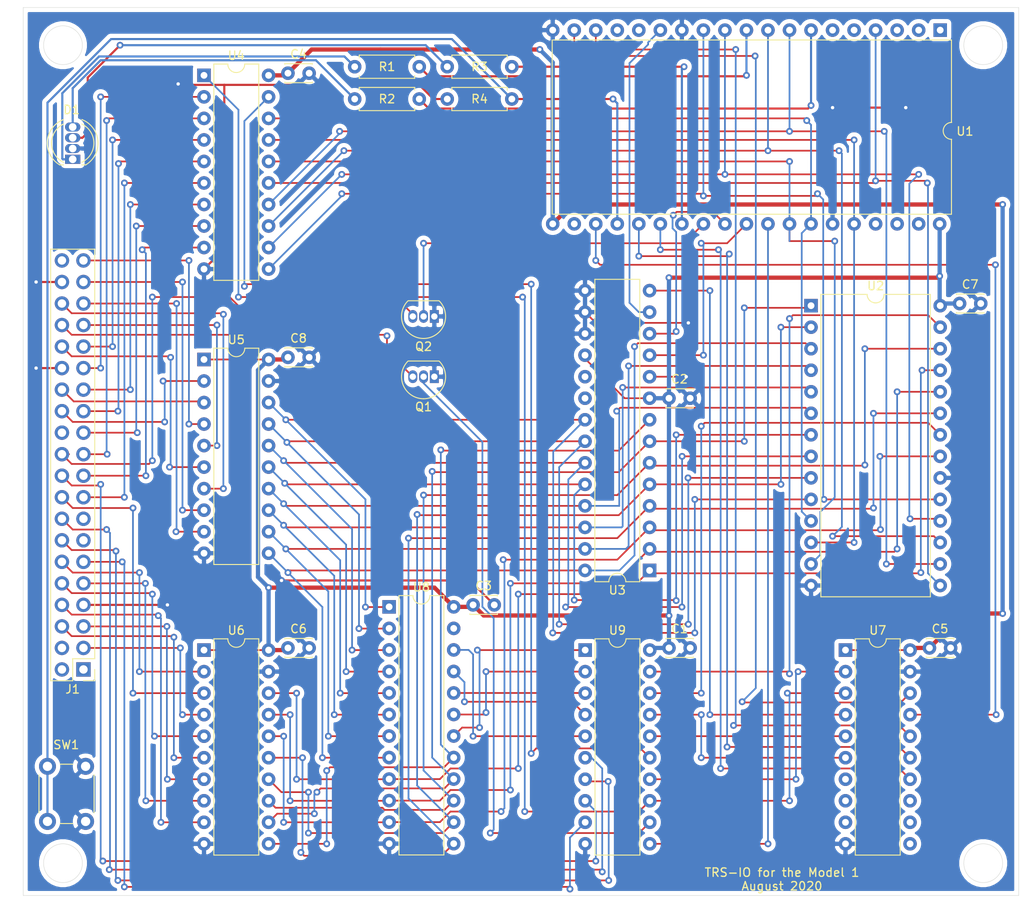
<source format=kicad_pcb>
(kicad_pcb (version 20171130) (host pcbnew "(5.1.6)-1")
  (layers (0 F.Cu signal) (31 B.Cu signal) (34 B.Paste user) (35 F.Paste user) (36 B.SilkS user) (37 F.SilkS user) (38 B.Mask user) (39 F.Mask user) (44 Edge.Cuts user))
  (net 0 "")
  (net 1 +5V)
  (net 2 GND)
  (net 3 +3V3)
  (net 4 RAS_N)
  (net 5 SYSRES_N)
  (net 6 CAS_N)
  (net 7 A10)
  (net 8 A12)
  (net 9 A13)
  (net 10 A15)
  (net 11 A11)
  (net 12 A14)
  (net 13 A8)
  (net 14 OUT_N)
  (net 15 WR_N)
  (net 16 INTACK_N)
  (net 17 RD_N)
  (net 18 MUX)
  (net 19 A9)
  (net 20 D4)
  (net 21 IN_N)
  (net 22 D7)
  (net 23 INT_N)
  (net 24 D1)
  (net 25 TEST_N)
  (net 26 D6)
  (net 27 A0)
  (net 28 D3)
  (net 29 A1)
  (net 30 D5)
  (net 31 D0)
  (net 32 A4)
  (net 33 D2)
  (net 34 WAIT_N)
  (net 35 A3)
  (net 36 A5)
  (net 37 A7)
  (net 38 A6)
  (net 39 5V)
  (net 40 A2)
  (net 41 WAIT)
  (net 42 ESP_INT)
  (net 43 "Net-(U1-Pad1)")
  (net 44 "Net-(U1-Pad2)")
  (net 45 "Net-(U1-Pad3)")
  (net 46 "Net-(U1-Pad21)")
  (net 47 ESP_READ_N)
  (net 48 "Net-(U1-Pad5)")
  (net 49 "Net-(U1-Pad6)")
  (net 50 ESP_S0)
  (net 51 ESP_S1)
  (net 52 SCK)
  (net 53 CS23S17)
  (net 54 ESP_WAIT_RELEASE_N)
  (net 55 MOSI)
  (net 56 "Net-(U1-Pad15)")
  (net 57 "Net-(U1-Pad16)")
  (net 58 ESP_MISO)
  (net 59 "Net-(U1-Pad35)")
  (net 60 ESP3_SEL_N)
  (net 61 "Net-(U1-Pad36)")
  (net 62 "Net-(U1-Pad37)")
  (net 63 READ_N)
  (net 64 ESP_SEL_N)
  (net 65 "Net-(U3-Pad19)")
  (net 66 "Net-(U3-Pad20)")
  (net 67 MISO)
  (net 68 S0)
  (net 69 S1)
  (net 70 DD3)
  (net 71 DD4)
  (net 72 DD5)
  (net 73 DD6)
  (net 74 DD7)
  (net 75 DD2)
  (net 76 DD0)
  (net 77 DD1)
  (net 78 AA14)
  (net 79 AA12)
  (net 80 AA7)
  (net 81 AA6)
  (net 82 AA5)
  (net 83 AA4)
  (net 84 AA3)
  (net 85 AA10)
  (net 86 AA2)
  (net 87 SRAM_OE_N)
  (net 88 AA1)
  (net 89 AA11)
  (net 90 AA0)
  (net 91 AA9)
  (net 92 AA8)
  (net 93 AA13)
  (net 94 SRAM_WE_N)
  (net 95 AA15)
  (net 96 DBUS_SEL_N)
  (net 97 "Net-(U7-Pad9)")
  (net 98 "Net-(U7-Pad8)")
  (net 99 "Net-(U7-Pad7)")
  (net 100 "Net-(U7-Pad13)")
  (net 101 "Net-(U7-Pad12)")
  (net 102 "Net-(U7-Pad11)")
  (net 103 ADDR_TRS_IO)
  (net 104 ADDR_FREHD)
  (net 105 ADDR_0)
  (net 106 ADDR_1)
  (net 107 ADDR_2)
  (net 108 "Net-(U8-Pad23)")
  (net 109 BUTTON)
  (net 110 LED_GREEN)
  (net 111 LED_BLUE)
  (net 112 LED_RED)
  (net 113 "Net-(D1-Pad4)")
  (net 114 "Net-(D1-Pad3)")
  (net 115 "Net-(D1-Pad1)")
  (module Button_Switch_THT:SW_PUSH_6mm_H9.5mm (layer F.Cu) (at 42.926 59.69 270)
    (fp_text reference SW1 (at -2.54 2.286 180) (layer F.SilkS))
    (fp_text value SW_Push)
    (pad 1 thru_hole circle (at 6.5 0) (size 2 2) (drill 1.1) (layers *.Cu *.Mask) (net 2 GND))
    (pad 2 thru_hole circle (at 6.5 4.5) (size 2 2) (drill 1.1) (layers *.Cu *.Mask) (net 109 BUTTON))
    (pad 1 thru_hole circle (at 0 0) (size 2 2) (drill 1.1) (layers *.Cu *.Mask) (net 2 GND))
    (pad 2 thru_hole circle (at 0 4.5) (size 2 2) (drill 1.1) (layers *.Cu *.Mask) (net 109 BUTTON))
  )
  (module Resistor_THT:R_Axial_DIN0207_L6.3mm_D2.5mm_P7.62mm_Horizontal (layer F.Cu) (at 85.598 -19.05)
    (fp_text reference R4 (at 3.81 0) (layer F.SilkS))
    (fp_text value 4K7)
    (pad 2 thru_hole oval (at 7.62 0) (size 1.6 1.6) (drill 0.8) (layers *.Cu *.Mask) (net 109 BUTTON))
    (pad 1 thru_hole circle (at 0 0) (size 1.6 1.6) (drill 0.8) (layers *.Cu *.Mask) (net 3 +3V3))
  )
  (module Resistor_THT:R_Axial_DIN0207_L6.3mm_D2.5mm_P7.62mm_Horizontal (layer F.Cu) (at 93.218 -22.86 180)
    (fp_text reference R3 (at 3.81 0) (layer F.SilkS))
    (fp_text value 100)
    (pad 2 thru_hole oval (at 7.62 0 180) (size 1.6 1.6) (drill 0.8) (layers *.Cu *.Mask) (net 114 "Net-(D1-Pad3)"))
    (pad 1 thru_hole circle (at 0 0 180) (size 1.6 1.6) (drill 0.8) (layers *.Cu *.Mask) (net 111 LED_BLUE))
  )
  (module Resistor_THT:R_Axial_DIN0207_L6.3mm_D2.5mm_P7.62mm_Horizontal (layer F.Cu) (at 82.296 -19.05 180)
    (fp_text reference R2 (at 3.81 0) (layer F.SilkS))
    (fp_text value 100)
    (pad 2 thru_hole oval (at 7.62 0 180) (size 1.6 1.6) (drill 0.8) (layers *.Cu *.Mask) (net 113 "Net-(D1-Pad4)"))
    (pad 1 thru_hole circle (at 0 0 180) (size 1.6 1.6) (drill 0.8) (layers *.Cu *.Mask) (net 110 LED_GREEN))
  )
  (module Resistor_THT:R_Axial_DIN0207_L6.3mm_D2.5mm_P7.62mm_Horizontal (layer F.Cu) (at 82.296 -22.86 180)
    (fp_text reference R1 (at 3.81 0) (layer F.SilkS))
    (fp_text value 100)
    (pad 2 thru_hole oval (at 7.62 0 180) (size 1.6 1.6) (drill 0.8) (layers *.Cu *.Mask) (net 115 "Net-(D1-Pad1)"))
    (pad 1 thru_hole circle (at 0 0 180) (size 1.6 1.6) (drill 0.8) (layers *.Cu *.Mask) (net 112 LED_RED))
  )
  (module LED_THT:LED_D5.0mm-4_RGB (layer F.Cu) (at 41.402 -11.938 90)
    (fp_text reference D1 (at 5.842 -0.127 180) (layer F.SilkS))
    (fp_text value LED_RCBG)
    (pad 4 thru_hole oval (at 3.81 0 90) (size 1.07 1.8) (drill 0.9) (layers *.Cu *.Mask) (net 113 "Net-(D1-Pad4)"))
    (pad 3 thru_hole oval (at 2.54 0 90) (size 1.07 1.8) (drill 0.9) (layers *.Cu *.Mask) (net 114 "Net-(D1-Pad3)"))
    (pad 2 thru_hole oval (at 1.27 0 90) (size 1.07 1.8) (drill 0.9) (layers *.Cu *.Mask) (net 2 GND))
    (pad 1 thru_hole rect (at 0 0 90) (size 1.07 1.8) (drill 0.9) (layers *.Cu *.Mask) (net 115 "Net-(D1-Pad1)"))
  )
  (module Package_DIP:DIP-24_W7.62mm (layer F.Cu) (at 78.74 40.874)
    (fp_text reference U8 (at 3.81 -2.33) (layer F.SilkS))
    (fp_text value ATF22V10-PDIP)
    (pad 1 thru_hole rect (at 0 0) (size 1.6 1.6) (drill 0.8) (layers *.Cu *.Mask) (net 90 AA0))
    (pad 13 thru_hole oval (at 7.62 27.94) (size 1.6 1.6) (drill 0.8) (layers *.Cu *.Mask) (net 89 AA11))
    (pad 2 thru_hole oval (at 0 2.54) (size 1.6 1.6) (drill 0.8) (layers *.Cu *.Mask) (net 88 AA1))
    (pad 14 thru_hole oval (at 7.62 25.4) (size 1.6 1.6) (drill 0.8) (layers *.Cu *.Mask) (net 79 AA12))
    (pad 3 thru_hole oval (at 0 5.08) (size 1.6 1.6) (drill 0.8) (layers *.Cu *.Mask) (net 86 AA2))
    (pad 15 thru_hole oval (at 7.62 22.86) (size 1.6 1.6) (drill 0.8) (layers *.Cu *.Mask) (net 93 AA13))
    (pad 4 thru_hole oval (at 0 7.62) (size 1.6 1.6) (drill 0.8) (layers *.Cu *.Mask) (net 84 AA3))
    (pad 16 thru_hole oval (at 7.62 20.32) (size 1.6 1.6) (drill 0.8) (layers *.Cu *.Mask) (net 78 AA14))
    (pad 5 thru_hole oval (at 0 10.16) (size 1.6 1.6) (drill 0.8) (layers *.Cu *.Mask) (net 83 AA4))
    (pad 17 thru_hole oval (at 7.62 17.78) (size 1.6 1.6) (drill 0.8) (layers *.Cu *.Mask) (net 95 AA15))
    (pad 6 thru_hole oval (at 0 12.7) (size 1.6 1.6) (drill 0.8) (layers *.Cu *.Mask) (net 82 AA5))
    (pad 18 thru_hole oval (at 7.62 15.24) (size 1.6 1.6) (drill 0.8) (layers *.Cu *.Mask) (net 103 ADDR_TRS_IO))
    (pad 7 thru_hole oval (at 0 15.24) (size 1.6 1.6) (drill 0.8) (layers *.Cu *.Mask) (net 81 AA6))
    (pad 19 thru_hole oval (at 7.62 12.7) (size 1.6 1.6) (drill 0.8) (layers *.Cu *.Mask) (net 104 ADDR_FREHD))
    (pad 8 thru_hole oval (at 0 17.78) (size 1.6 1.6) (drill 0.8) (layers *.Cu *.Mask) (net 80 AA7))
    (pad 20 thru_hole oval (at 7.62 10.16) (size 1.6 1.6) (drill 0.8) (layers *.Cu *.Mask) (net 105 ADDR_0))
    (pad 9 thru_hole oval (at 0 20.32) (size 1.6 1.6) (drill 0.8) (layers *.Cu *.Mask) (net 92 AA8))
    (pad 21 thru_hole oval (at 7.62 7.62) (size 1.6 1.6) (drill 0.8) (layers *.Cu *.Mask) (net 106 ADDR_1))
    (pad 10 thru_hole oval (at 0 22.86) (size 1.6 1.6) (drill 0.8) (layers *.Cu *.Mask) (net 91 AA9))
    (pad 22 thru_hole oval (at 7.62 5.08) (size 1.6 1.6) (drill 0.8) (layers *.Cu *.Mask) (net 107 ADDR_2))
    (pad 11 thru_hole oval (at 0 25.4) (size 1.6 1.6) (drill 0.8) (layers *.Cu *.Mask) (net 85 AA10))
    (pad 23 thru_hole oval (at 7.62 2.54) (size 1.6 1.6) (drill 0.8) (layers *.Cu *.Mask) (net 108 "Net-(U8-Pad23)"))
    (pad 12 thru_hole oval (at 0 27.94) (size 1.6 1.6) (drill 0.8) (layers *.Cu *.Mask) (net 2 GND))
    (pad 24 thru_hole oval (at 7.62 0) (size 1.6 1.6) (drill 0.8) (layers *.Cu *.Mask) (net 1 +5V))
  )
  (module Package_TO_SOT_THT:TO-92_Inline (layer F.Cu) (at 84.074 6.604 180)
    (fp_text reference Q2 (at 1.27 -3.56) (layer F.SilkS))
    (fp_text value 2N7000)
    (pad 1 thru_hole rect (at 0 0 180) (size 1.05 1.5) (drill 0.75) (layers *.Cu *.Mask) (net 2 GND))
    (pad 3 thru_hole oval (at 2.54 0 180) (size 1.05 1.5) (drill 0.75) (layers *.Cu *.Mask) (net 23 INT_N))
    (pad 2 thru_hole oval (at 1.27 0 180) (size 1.05 1.5) (drill 0.75) (layers *.Cu *.Mask) (net 42 ESP_INT))
  )
  (module Connector_PinHeader_2.54mm:PinHeader_2x20_P2.54mm_Vertical (layer F.Cu) (at 42.672 48.26 180)
    (fp_text reference J1 (at 1.27 -2.33) (layer F.SilkS))
    (fp_text value Conn_02x20_Odd_Even)
    (pad 40 thru_hole oval (at 2.54 48.26 180) (size 1.7 1.7) (drill 1) (layers *.Cu *.Mask) (net 39 5V))
    (pad 39 thru_hole oval (at 0 48.26 180) (size 1.7 1.7) (drill 1) (layers *.Cu *.Mask) (net 40 A2))
    (pad 38 thru_hole oval (at 2.54 45.72 180) (size 1.7 1.7) (drill 1) (layers *.Cu *.Mask) (net 2 GND))
    (pad 37 thru_hole oval (at 0 45.72 180) (size 1.7 1.7) (drill 1) (layers *.Cu *.Mask) (net 38 A6))
    (pad 36 thru_hole oval (at 2.54 43.18 180) (size 1.7 1.7) (drill 1) (layers *.Cu *.Mask) (net 36 A5))
    (pad 35 thru_hole oval (at 0 43.18 180) (size 1.7 1.7) (drill 1) (layers *.Cu *.Mask) (net 37 A7))
    (pad 34 thru_hole oval (at 2.54 40.64 180) (size 1.7 1.7) (drill 1) (layers *.Cu *.Mask) (net 34 WAIT_N))
    (pad 33 thru_hole oval (at 0 40.64 180) (size 1.7 1.7) (drill 1) (layers *.Cu *.Mask) (net 35 A3))
    (pad 32 thru_hole oval (at 2.54 38.1 180) (size 1.7 1.7) (drill 1) (layers *.Cu *.Mask) (net 32 A4))
    (pad 31 thru_hole oval (at 0 38.1 180) (size 1.7 1.7) (drill 1) (layers *.Cu *.Mask) (net 33 D2))
    (pad 30 thru_hole oval (at 2.54 35.56 180) (size 1.7 1.7) (drill 1) (layers *.Cu *.Mask) (net 2 GND))
    (pad 29 thru_hole oval (at 0 35.56 180) (size 1.7 1.7) (drill 1) (layers *.Cu *.Mask) (net 31 D0))
    (pad 28 thru_hole oval (at 2.54 33.02 180) (size 1.7 1.7) (drill 1) (layers *.Cu *.Mask) (net 29 A1))
    (pad 27 thru_hole oval (at 0 33.02 180) (size 1.7 1.7) (drill 1) (layers *.Cu *.Mask) (net 30 D5))
    (pad 26 thru_hole oval (at 2.54 30.48 180) (size 1.7 1.7) (drill 1) (layers *.Cu *.Mask) (net 27 A0))
    (pad 25 thru_hole oval (at 0 30.48 180) (size 1.7 1.7) (drill 1) (layers *.Cu *.Mask) (net 28 D3))
    (pad 24 thru_hole oval (at 2.54 27.94 180) (size 1.7 1.7) (drill 1) (layers *.Cu *.Mask) (net 25 TEST_N))
    (pad 23 thru_hole oval (at 0 27.94 180) (size 1.7 1.7) (drill 1) (layers *.Cu *.Mask) (net 26 D6))
    (pad 22 thru_hole oval (at 2.54 25.4 180) (size 1.7 1.7) (drill 1) (layers *.Cu *.Mask) (net 23 INT_N))
    (pad 21 thru_hole oval (at 0 25.4 180) (size 1.7 1.7) (drill 1) (layers *.Cu *.Mask) (net 24 D1))
    (pad 20 thru_hole oval (at 2.54 22.86 180) (size 1.7 1.7) (drill 1) (layers *.Cu *.Mask) (net 21 IN_N))
    (pad 19 thru_hole oval (at 0 22.86 180) (size 1.7 1.7) (drill 1) (layers *.Cu *.Mask) (net 22 D7))
    (pad 18 thru_hole oval (at 2.54 20.32 180) (size 1.7 1.7) (drill 1) (layers *.Cu *.Mask) (net 19 A9))
    (pad 17 thru_hole oval (at 0 20.32 180) (size 1.7 1.7) (drill 1) (layers *.Cu *.Mask) (net 20 D4))
    (pad 16 thru_hole oval (at 2.54 17.78 180) (size 1.7 1.7) (drill 1) (layers *.Cu *.Mask) (net 17 RD_N))
    (pad 15 thru_hole oval (at 0 17.78 180) (size 1.7 1.7) (drill 1) (layers *.Cu *.Mask) (net 18 MUX))
    (pad 14 thru_hole oval (at 2.54 15.24 180) (size 1.7 1.7) (drill 1) (layers *.Cu *.Mask) (net 15 WR_N))
    (pad 13 thru_hole oval (at 0 15.24 180) (size 1.7 1.7) (drill 1) (layers *.Cu *.Mask) (net 16 INTACK_N))
    (pad 12 thru_hole oval (at 2.54 12.7 180) (size 1.7 1.7) (drill 1) (layers *.Cu *.Mask) (net 13 A8))
    (pad 11 thru_hole oval (at 0 12.7 180) (size 1.7 1.7) (drill 1) (layers *.Cu *.Mask) (net 14 OUT_N))
    (pad 10 thru_hole oval (at 2.54 10.16 180) (size 1.7 1.7) (drill 1) (layers *.Cu *.Mask) (net 11 A11))
    (pad 9 thru_hole oval (at 0 10.16 180) (size 1.7 1.7) (drill 1) (layers *.Cu *.Mask) (net 12 A14))
    (pad 8 thru_hole oval (at 2.54 7.62 180) (size 1.7 1.7) (drill 1) (layers *.Cu *.Mask) (net 10 A15))
    (pad 7 thru_hole oval (at 0 7.62 180) (size 1.7 1.7) (drill 1) (layers *.Cu *.Mask) (net 2 GND))
    (pad 6 thru_hole oval (at 2.54 5.08 180) (size 1.7 1.7) (drill 1) (layers *.Cu *.Mask) (net 8 A12))
    (pad 5 thru_hole oval (at 0 5.08 180) (size 1.7 1.7) (drill 1) (layers *.Cu *.Mask) (net 9 A13))
    (pad 4 thru_hole oval (at 2.54 2.54 180) (size 1.7 1.7) (drill 1) (layers *.Cu *.Mask) (net 6 CAS_N))
    (pad 3 thru_hole oval (at 0 2.54 180) (size 1.7 1.7) (drill 1) (layers *.Cu *.Mask) (net 7 A10))
    (pad 2 thru_hole oval (at 2.54 0 180) (size 1.7 1.7) (drill 1) (layers *.Cu *.Mask) (net 4 RAS_N))
    (pad 1 thru_hole rect (at 0 0 180) (size 1.7 1.7) (drill 1) (layers *.Cu *.Mask) (net 5 SYSRES_N))
  )
  (module Capacitor_THT:C_Disc_D3.0mm_W2.0mm_P2.50mm (layer F.Cu) (at 111.76 45.72)
    (fp_text reference C1 (at 1.25 -2.25) (layer F.SilkS))
    (fp_text value 0.1uF)
    (pad 2 thru_hole circle (at 2.5 0) (size 1.6 1.6) (drill 0.8) (layers *.Cu *.Mask) (net 2 GND))
    (pad 1 thru_hole circle (at 0 0) (size 1.6 1.6) (drill 0.8) (layers *.Cu *.Mask) (net 1 +5V))
  )
  (module Capacitor_THT:C_Disc_D3.0mm_W2.0mm_P2.50mm (layer F.Cu) (at 111.76 16.256)
    (fp_text reference C2 (at 1.25 -2.25) (layer F.SilkS))
    (fp_text value 0.1uF)
    (pad 1 thru_hole circle (at 0 0) (size 1.6 1.6) (drill 0.8) (layers *.Cu *.Mask) (net 1 +5V))
    (pad 2 thru_hole circle (at 2.5 0) (size 1.6 1.6) (drill 0.8) (layers *.Cu *.Mask) (net 2 GND))
  )
  (module Capacitor_THT:C_Disc_D3.0mm_W2.0mm_P2.50mm (layer F.Cu) (at 88.646 40.64)
    (fp_text reference C3 (at 1.25 -2.25) (layer F.SilkS))
    (fp_text value 0.1uF)
    (pad 2 thru_hole circle (at 2.5 0) (size 1.6 1.6) (drill 0.8) (layers *.Cu *.Mask) (net 2 GND))
    (pad 1 thru_hole circle (at 0 0) (size 1.6 1.6) (drill 0.8) (layers *.Cu *.Mask) (net 1 +5V))
  )
  (module Capacitor_THT:C_Disc_D3.0mm_W2.0mm_P2.50mm (layer F.Cu) (at 66.802 -22.098)
    (fp_text reference C4 (at 1.25 -2.25) (layer F.SilkS))
    (fp_text value 0.1uF)
    (pad 1 thru_hole circle (at 0 0) (size 1.6 1.6) (drill 0.8) (layers *.Cu *.Mask) (net 3 +3V3))
    (pad 2 thru_hole circle (at 2.5 0) (size 1.6 1.6) (drill 0.8) (layers *.Cu *.Mask) (net 2 GND))
  )
  (module Capacitor_THT:C_Disc_D3.0mm_W2.0mm_P2.50mm (layer F.Cu) (at 142.494 45.72)
    (fp_text reference C5 (at 1.25 -2.25) (layer F.SilkS))
    (fp_text value 0.1uF)
    (pad 2 thru_hole circle (at 2.5 0) (size 1.6 1.6) (drill 0.8) (layers *.Cu *.Mask) (net 2 GND))
    (pad 1 thru_hole circle (at 0 0) (size 1.6 1.6) (drill 0.8) (layers *.Cu *.Mask) (net 3 +3V3))
  )
  (module Capacitor_THT:C_Disc_D3.0mm_W2.0mm_P2.50mm (layer F.Cu) (at 66.802 45.72)
    (fp_text reference C6 (at 1.25 -2.25) (layer F.SilkS))
    (fp_text value 0.1uF)
    (pad 1 thru_hole circle (at 0 0) (size 1.6 1.6) (drill 0.8) (layers *.Cu *.Mask) (net 1 +5V))
    (pad 2 thru_hole circle (at 2.5 0) (size 1.6 1.6) (drill 0.8) (layers *.Cu *.Mask) (net 2 GND))
  )
  (module Capacitor_THT:C_Disc_D3.0mm_W2.0mm_P2.50mm (layer F.Cu) (at 146.05 5.08)
    (fp_text reference C7 (at 1.25 -2.25) (layer F.SilkS))
    (fp_text value 0.1uF)
    (pad 2 thru_hole circle (at 2.5 0) (size 1.6 1.6) (drill 0.8) (layers *.Cu *.Mask) (net 2 GND))
    (pad 1 thru_hole circle (at 0 0) (size 1.6 1.6) (drill 0.8) (layers *.Cu *.Mask) (net 1 +5V))
  )
  (module Capacitor_THT:C_Disc_D3.0mm_W2.0mm_P2.50mm (layer F.Cu) (at 66.802 11.43)
    (fp_text reference C8 (at 1.25 -2.25) (layer F.SilkS))
    (fp_text value 0.1uF)
    (pad 1 thru_hole circle (at 0 0) (size 1.6 1.6) (drill 0.8) (layers *.Cu *.Mask) (net 1 +5V))
    (pad 2 thru_hole circle (at 2.5 0) (size 1.6 1.6) (drill 0.8) (layers *.Cu *.Mask) (net 2 GND))
  )
  (module Package_TO_SOT_THT:TO-92_Inline (layer F.Cu) (at 84.074 13.716 180)
    (fp_text reference Q1 (at 1.27 -3.56) (layer F.SilkS))
    (fp_text value 2N7000)
    (pad 2 thru_hole oval (at 1.27 0 180) (size 1.05 1.5) (drill 0.75) (layers *.Cu *.Mask) (net 41 WAIT))
    (pad 3 thru_hole oval (at 2.54 0 180) (size 1.05 1.5) (drill 0.75) (layers *.Cu *.Mask) (net 34 WAIT_N))
    (pad 1 thru_hole rect (at 0 0 180) (size 1.05 1.5) (drill 0.75) (layers *.Cu *.Mask) (net 2 GND))
  )
  (module TRS-IO-M1:DIP-38_W22.9mm (layer F.Cu) (at 143.764 -27.178 270)
    (fp_text reference U1 (at 11.938 -2.921 180) (layer F.SilkS))
    (fp_text value HiLetgo-ESP-32S)
    (pad 1 thru_hole rect (at 0 0 270) (size 1.6 1.6) (drill 0.8) (layers *.Cu *.Mask) (net 43 "Net-(U1-Pad1)"))
    (pad 2 thru_hole oval (at 0 2.54 270) (size 1.6 1.6) (drill 0.8) (layers *.Cu *.Mask) (net 44 "Net-(U1-Pad2)"))
    (pad 20 thru_hole oval (at 22.86 45.72 270) (size 1.6 1.6) (drill 0.8) (layers *.Cu *.Mask) (net 3 +3V3))
    (pad 3 thru_hole oval (at 0 5.08 270) (size 1.6 1.6) (drill 0.8) (layers *.Cu *.Mask) (net 45 "Net-(U1-Pad3)"))
    (pad 21 thru_hole oval (at 22.86 43.18 270) (size 1.6 1.6) (drill 0.8) (layers *.Cu *.Mask) (net 46 "Net-(U1-Pad21)"))
    (pad 4 thru_hole oval (at 0 7.62 270) (size 1.6 1.6) (drill 0.8) (layers *.Cu *.Mask) (net 70 DD3))
    (pad 22 thru_hole oval (at 22.86 40.64 270) (size 1.6 1.6) (drill 0.8) (layers *.Cu *.Mask) (net 47 ESP_READ_N))
    (pad 5 thru_hole oval (at 0 10.16 270) (size 1.6 1.6) (drill 0.8) (layers *.Cu *.Mask) (net 48 "Net-(U1-Pad5)"))
    (pad 23 thru_hole oval (at 22.86 38.1 270) (size 1.6 1.6) (drill 0.8) (layers *.Cu *.Mask) (net 109 BUTTON))
    (pad 6 thru_hole oval (at 0 12.7 270) (size 1.6 1.6) (drill 0.8) (layers *.Cu *.Mask) (net 49 "Net-(U1-Pad6)"))
    (pad 24 thru_hole oval (at 22.86 35.56 270) (size 1.6 1.6) (drill 0.8) (layers *.Cu *.Mask) (net 50 ESP_S0))
    (pad 7 thru_hole oval (at 0 15.24 270) (size 1.6 1.6) (drill 0.8) (layers *.Cu *.Mask) (net 110 LED_GREEN))
    (pad 25 thru_hole oval (at 22.86 33.02 270) (size 1.6 1.6) (drill 0.8) (layers *.Cu *.Mask) (net 51 ESP_S1))
    (pad 8 thru_hole oval (at 0 17.78 270) (size 1.6 1.6) (drill 0.8) (layers *.Cu *.Mask) (net 71 DD4))
    (pad 26 thru_hole oval (at 22.86 30.48 270) (size 1.6 1.6) (drill 0.8) (layers *.Cu *.Mask) (net 111 LED_BLUE))
    (pad 9 thru_hole oval (at 0 20.32 270) (size 1.6 1.6) (drill 0.8) (layers *.Cu *.Mask) (net 72 DD5))
    (pad 27 thru_hole oval (at 22.86 27.94 270) (size 1.6 1.6) (drill 0.8) (layers *.Cu *.Mask) (net 42 ESP_INT))
    (pad 10 thru_hole oval (at 0 22.86 270) (size 1.6 1.6) (drill 0.8) (layers *.Cu *.Mask) (net 112 LED_RED))
    (pad 28 thru_hole oval (at 22.86 25.4 270) (size 1.6 1.6) (drill 0.8) (layers *.Cu *.Mask) (net 52 SCK))
    (pad 11 thru_hole oval (at 0 25.4 270) (size 1.6 1.6) (drill 0.8) (layers *.Cu *.Mask) (net 73 DD6))
    (pad 29 thru_hole oval (at 22.86 22.86 270) (size 1.6 1.6) (drill 0.8) (layers *.Cu *.Mask) (net 53 CS23S17))
    (pad 12 thru_hole oval (at 0 27.94 270) (size 1.6 1.6) (drill 0.8) (layers *.Cu *.Mask) (net 74 DD7))
    (pad 30 thru_hole oval (at 22.86 20.32 270) (size 1.6 1.6) (drill 0.8) (layers *.Cu *.Mask) (net 54 ESP_WAIT_RELEASE_N))
    (pad 13 thru_hole oval (at 0 30.48 270) (size 1.6 1.6) (drill 0.8) (layers *.Cu *.Mask) (net 2 GND))
    (pad 31 thru_hole oval (at 22.86 17.78 270) (size 1.6 1.6) (drill 0.8) (layers *.Cu *.Mask) (net 75 DD2))
    (pad 14 thru_hole oval (at 0 33.02 270) (size 1.6 1.6) (drill 0.8) (layers *.Cu *.Mask) (net 55 MOSI))
    (pad 32 thru_hole oval (at 22.86 15.24 270) (size 1.6 1.6) (drill 0.8) (layers *.Cu *.Mask) (net 76 DD0))
    (pad 15 thru_hole oval (at 0 35.56 270) (size 1.6 1.6) (drill 0.8) (layers *.Cu *.Mask) (net 56 "Net-(U1-Pad15)"))
    (pad 33 thru_hole oval (at 22.86 12.7 270) (size 1.6 1.6) (drill 0.8) (layers *.Cu *.Mask) (net 2 GND))
    (pad 16 thru_hole oval (at 0 38.1 270) (size 1.6 1.6) (drill 0.8) (layers *.Cu *.Mask) (net 57 "Net-(U1-Pad16)"))
    (pad 34 thru_hole oval (at 22.86 10.16 270) (size 1.6 1.6) (drill 0.8) (layers *.Cu *.Mask) (net 77 DD1))
    (pad 17 thru_hole oval (at 0 40.64 270) (size 1.6 1.6) (drill 0.8) (layers *.Cu *.Mask) (net 58 ESP_MISO))
    (pad 35 thru_hole oval (at 22.86 7.62 270) (size 1.6 1.6) (drill 0.8) (layers *.Cu *.Mask) (net 59 "Net-(U1-Pad35)"))
    (pad 18 thru_hole oval (at 0 43.18 270) (size 1.6 1.6) (drill 0.8) (layers *.Cu *.Mask) (net 60 ESP3_SEL_N))
    (pad 36 thru_hole oval (at 22.86 5.08 270) (size 1.6 1.6) (drill 0.8) (layers *.Cu *.Mask) (net 61 "Net-(U1-Pad36)"))
    (pad 19 thru_hole oval (at 0 45.72 270) (size 1.6 1.6) (drill 0.8) (layers *.Cu *.Mask) (net 2 GND))
    (pad 37 thru_hole oval (at 22.86 2.54 270) (size 1.6 1.6) (drill 0.8) (layers *.Cu *.Mask) (net 62 "Net-(U1-Pad37)"))
    (pad 38 thru_hole oval (at 22.86 0.0635 270) (size 1.6 1.6) (drill 0.8) (layers *.Cu *.Mask) (net 1 +5V))
  )
  (module Package_DIP:DIP-28_W15.24mm (layer F.Cu) (at 128.524 5.334)
    (fp_text reference U2 (at 7.62 -2.33) (layer F.SilkS))
    (fp_text value AS6C62256-PDIP)
    (pad 1 thru_hole rect (at 0 0) (size 1.6 1.6) (drill 0.8) (layers *.Cu *.Mask) (net 78 AA14))
    (pad 15 thru_hole oval (at 15.24 33.02) (size 1.6 1.6) (drill 0.8) (layers *.Cu *.Mask) (net 70 DD3))
    (pad 2 thru_hole oval (at 0 2.54) (size 1.6 1.6) (drill 0.8) (layers *.Cu *.Mask) (net 79 AA12))
    (pad 16 thru_hole oval (at 15.24 30.48) (size 1.6 1.6) (drill 0.8) (layers *.Cu *.Mask) (net 71 DD4))
    (pad 3 thru_hole oval (at 0 5.08) (size 1.6 1.6) (drill 0.8) (layers *.Cu *.Mask) (net 80 AA7))
    (pad 17 thru_hole oval (at 15.24 27.94) (size 1.6 1.6) (drill 0.8) (layers *.Cu *.Mask) (net 72 DD5))
    (pad 4 thru_hole oval (at 0 7.62) (size 1.6 1.6) (drill 0.8) (layers *.Cu *.Mask) (net 81 AA6))
    (pad 18 thru_hole oval (at 15.24 25.4) (size 1.6 1.6) (drill 0.8) (layers *.Cu *.Mask) (net 73 DD6))
    (pad 5 thru_hole oval (at 0 10.16) (size 1.6 1.6) (drill 0.8) (layers *.Cu *.Mask) (net 82 AA5))
    (pad 19 thru_hole oval (at 15.24 22.86) (size 1.6 1.6) (drill 0.8) (layers *.Cu *.Mask) (net 74 DD7))
    (pad 6 thru_hole oval (at 0 12.7) (size 1.6 1.6) (drill 0.8) (layers *.Cu *.Mask) (net 83 AA4))
    (pad 20 thru_hole oval (at 15.24 20.32) (size 1.6 1.6) (drill 0.8) (layers *.Cu *.Mask) (net 2 GND))
    (pad 7 thru_hole oval (at 0 15.24) (size 1.6 1.6) (drill 0.8) (layers *.Cu *.Mask) (net 84 AA3))
    (pad 21 thru_hole oval (at 15.24 17.78) (size 1.6 1.6) (drill 0.8) (layers *.Cu *.Mask) (net 85 AA10))
    (pad 8 thru_hole oval (at 0 17.78) (size 1.6 1.6) (drill 0.8) (layers *.Cu *.Mask) (net 86 AA2))
    (pad 22 thru_hole oval (at 15.24 15.24) (size 1.6 1.6) (drill 0.8) (layers *.Cu *.Mask) (net 87 SRAM_OE_N))
    (pad 9 thru_hole oval (at 0 20.32) (size 1.6 1.6) (drill 0.8) (layers *.Cu *.Mask) (net 88 AA1))
    (pad 23 thru_hole oval (at 15.24 12.7) (size 1.6 1.6) (drill 0.8) (layers *.Cu *.Mask) (net 89 AA11))
    (pad 10 thru_hole oval (at 0 22.86) (size 1.6 1.6) (drill 0.8) (layers *.Cu *.Mask) (net 90 AA0))
    (pad 24 thru_hole oval (at 15.24 10.16) (size 1.6 1.6) (drill 0.8) (layers *.Cu *.Mask) (net 91 AA9))
    (pad 11 thru_hole oval (at 0 25.4) (size 1.6 1.6) (drill 0.8) (layers *.Cu *.Mask) (net 76 DD0))
    (pad 25 thru_hole oval (at 15.24 7.62) (size 1.6 1.6) (drill 0.8) (layers *.Cu *.Mask) (net 92 AA8))
    (pad 12 thru_hole oval (at 0 27.94) (size 1.6 1.6) (drill 0.8) (layers *.Cu *.Mask) (net 77 DD1))
    (pad 26 thru_hole oval (at 15.24 5.08) (size 1.6 1.6) (drill 0.8) (layers *.Cu *.Mask) (net 93 AA13))
    (pad 13 thru_hole oval (at 0 30.48) (size 1.6 1.6) (drill 0.8) (layers *.Cu *.Mask) (net 75 DD2))
    (pad 27 thru_hole oval (at 15.24 2.54) (size 1.6 1.6) (drill 0.8) (layers *.Cu *.Mask) (net 94 SRAM_WE_N))
    (pad 14 thru_hole oval (at 0 33.02) (size 1.6 1.6) (drill 0.8) (layers *.Cu *.Mask) (net 2 GND))
    (pad 28 thru_hole oval (at 15.24 0) (size 1.6 1.6) (drill 0.8) (layers *.Cu *.Mask) (net 1 +5V))
  )
  (module Package_DIP:DIP-28_W7.62mm (layer F.Cu) (at 109.474 36.576 180)
    (fp_text reference U3 (at 3.81 -2.33) (layer F.SilkS))
    (fp_text value MCP23S17_SP)
    (pad 1 thru_hole rect (at 0 0 180) (size 1.6 1.6) (drill 0.8) (layers *.Cu *.Mask) (net 92 AA8))
    (pad 15 thru_hole oval (at 7.62 33.02 180) (size 1.6 1.6) (drill 0.8) (layers *.Cu *.Mask) (net 2 GND))
    (pad 2 thru_hole oval (at 0 2.54 180) (size 1.6 1.6) (drill 0.8) (layers *.Cu *.Mask) (net 91 AA9))
    (pad 16 thru_hole oval (at 7.62 30.48 180) (size 1.6 1.6) (drill 0.8) (layers *.Cu *.Mask) (net 2 GND))
    (pad 3 thru_hole oval (at 0 5.08 180) (size 1.6 1.6) (drill 0.8) (layers *.Cu *.Mask) (net 85 AA10))
    (pad 17 thru_hole oval (at 7.62 27.94 180) (size 1.6 1.6) (drill 0.8) (layers *.Cu *.Mask) (net 2 GND))
    (pad 4 thru_hole oval (at 0 7.62 180) (size 1.6 1.6) (drill 0.8) (layers *.Cu *.Mask) (net 89 AA11))
    (pad 18 thru_hole oval (at 7.62 25.4 180) (size 1.6 1.6) (drill 0.8) (layers *.Cu *.Mask) (net 1 +5V))
    (pad 5 thru_hole oval (at 0 10.16 180) (size 1.6 1.6) (drill 0.8) (layers *.Cu *.Mask) (net 79 AA12))
    (pad 19 thru_hole oval (at 7.62 22.86 180) (size 1.6 1.6) (drill 0.8) (layers *.Cu *.Mask) (net 65 "Net-(U3-Pad19)"))
    (pad 6 thru_hole oval (at 0 12.7 180) (size 1.6 1.6) (drill 0.8) (layers *.Cu *.Mask) (net 93 AA13))
    (pad 20 thru_hole oval (at 7.62 20.32 180) (size 1.6 1.6) (drill 0.8) (layers *.Cu *.Mask) (net 66 "Net-(U3-Pad20)"))
    (pad 7 thru_hole oval (at 0 15.24 180) (size 1.6 1.6) (drill 0.8) (layers *.Cu *.Mask) (net 78 AA14))
    (pad 21 thru_hole oval (at 7.62 17.78 180) (size 1.6 1.6) (drill 0.8) (layers *.Cu *.Mask) (net 90 AA0))
    (pad 8 thru_hole oval (at 0 17.78 180) (size 1.6 1.6) (drill 0.8) (layers *.Cu *.Mask) (net 95 AA15))
    (pad 22 thru_hole oval (at 7.62 15.24 180) (size 1.6 1.6) (drill 0.8) (layers *.Cu *.Mask) (net 88 AA1))
    (pad 9 thru_hole oval (at 0 20.32 180) (size 1.6 1.6) (drill 0.8) (layers *.Cu *.Mask) (net 1 +5V))
    (pad 23 thru_hole oval (at 7.62 12.7 180) (size 1.6 1.6) (drill 0.8) (layers *.Cu *.Mask) (net 86 AA2))
    (pad 10 thru_hole oval (at 0 22.86 180) (size 1.6 1.6) (drill 0.8) (layers *.Cu *.Mask) (net 2 GND))
    (pad 24 thru_hole oval (at 7.62 10.16 180) (size 1.6 1.6) (drill 0.8) (layers *.Cu *.Mask) (net 84 AA3))
    (pad 11 thru_hole oval (at 0 25.4 180) (size 1.6 1.6) (drill 0.8) (layers *.Cu *.Mask) (net 53 CS23S17))
    (pad 25 thru_hole oval (at 7.62 7.62 180) (size 1.6 1.6) (drill 0.8) (layers *.Cu *.Mask) (net 83 AA4))
    (pad 12 thru_hole oval (at 0 27.94 180) (size 1.6 1.6) (drill 0.8) (layers *.Cu *.Mask) (net 52 SCK))
    (pad 26 thru_hole oval (at 7.62 5.08 180) (size 1.6 1.6) (drill 0.8) (layers *.Cu *.Mask) (net 82 AA5))
    (pad 13 thru_hole oval (at 0 30.48 180) (size 1.6 1.6) (drill 0.8) (layers *.Cu *.Mask) (net 55 MOSI))
    (pad 27 thru_hole oval (at 7.62 2.54 180) (size 1.6 1.6) (drill 0.8) (layers *.Cu *.Mask) (net 81 AA6))
    (pad 14 thru_hole oval (at 0 33.02 180) (size 1.6 1.6) (drill 0.8) (layers *.Cu *.Mask) (net 67 MISO))
    (pad 28 thru_hole oval (at 7.62 0 180) (size 1.6 1.6) (drill 0.8) (layers *.Cu *.Mask) (net 80 AA7))
  )
  (module Package_DIP:DIP-20_W7.62mm (layer F.Cu) (at 56.896 -21.844)
    (fp_text reference U4 (at 3.81 -2.33) (layer F.SilkS))
    (fp_text value 74LVC245)
    (pad 1 thru_hole rect (at 0 0) (size 1.6 1.6) (drill 0.8) (layers *.Cu *.Mask) (net 63 READ_N))
    (pad 11 thru_hole oval (at 7.62 22.86) (size 1.6 1.6) (drill 0.8) (layers *.Cu *.Mask) (net 74 DD7))
    (pad 2 thru_hole oval (at 0 2.54) (size 1.6 1.6) (drill 0.8) (layers *.Cu *.Mask) (net 31 D0))
    (pad 12 thru_hole oval (at 7.62 20.32) (size 1.6 1.6) (drill 0.8) (layers *.Cu *.Mask) (net 73 DD6))
    (pad 3 thru_hole oval (at 0 5.08) (size 1.6 1.6) (drill 0.8) (layers *.Cu *.Mask) (net 24 D1))
    (pad 13 thru_hole oval (at 7.62 17.78) (size 1.6 1.6) (drill 0.8) (layers *.Cu *.Mask) (net 72 DD5))
    (pad 4 thru_hole oval (at 0 7.62) (size 1.6 1.6) (drill 0.8) (layers *.Cu *.Mask) (net 33 D2))
    (pad 14 thru_hole oval (at 7.62 15.24) (size 1.6 1.6) (drill 0.8) (layers *.Cu *.Mask) (net 71 DD4))
    (pad 5 thru_hole oval (at 0 10.16) (size 1.6 1.6) (drill 0.8) (layers *.Cu *.Mask) (net 28 D3))
    (pad 15 thru_hole oval (at 7.62 12.7) (size 1.6 1.6) (drill 0.8) (layers *.Cu *.Mask) (net 70 DD3))
    (pad 6 thru_hole oval (at 0 12.7) (size 1.6 1.6) (drill 0.8) (layers *.Cu *.Mask) (net 20 D4))
    (pad 16 thru_hole oval (at 7.62 10.16) (size 1.6 1.6) (drill 0.8) (layers *.Cu *.Mask) (net 75 DD2))
    (pad 7 thru_hole oval (at 0 15.24) (size 1.6 1.6) (drill 0.8) (layers *.Cu *.Mask) (net 30 D5))
    (pad 17 thru_hole oval (at 7.62 7.62) (size 1.6 1.6) (drill 0.8) (layers *.Cu *.Mask) (net 77 DD1))
    (pad 8 thru_hole oval (at 0 17.78) (size 1.6 1.6) (drill 0.8) (layers *.Cu *.Mask) (net 26 D6))
    (pad 18 thru_hole oval (at 7.62 5.08) (size 1.6 1.6) (drill 0.8) (layers *.Cu *.Mask) (net 76 DD0))
    (pad 9 thru_hole oval (at 0 20.32) (size 1.6 1.6) (drill 0.8) (layers *.Cu *.Mask) (net 22 D7))
    (pad 19 thru_hole oval (at 7.62 2.54) (size 1.6 1.6) (drill 0.8) (layers *.Cu *.Mask) (net 96 DBUS_SEL_N))
    (pad 10 thru_hole oval (at 0 22.86) (size 1.6 1.6) (drill 0.8) (layers *.Cu *.Mask) (net 2 GND))
    (pad 20 thru_hole oval (at 7.62 0) (size 1.6 1.6) (drill 0.8) (layers *.Cu *.Mask) (net 3 +3V3))
  )
  (module Package_DIP:DIP-20_W7.62mm (layer F.Cu) (at 56.896 11.684)
    (fp_text reference U5 (at 3.81 -2.33) (layer F.SilkS))
    (fp_text value 74LVC245)
    (pad 1 thru_hole rect (at 0 0) (size 1.6 1.6) (drill 0.8) (layers *.Cu *.Mask) (net 1 +5V))
    (pad 11 thru_hole oval (at 7.62 22.86) (size 1.6 1.6) (drill 0.8) (layers *.Cu *.Mask) (net 80 AA7))
    (pad 2 thru_hole oval (at 0 2.54) (size 1.6 1.6) (drill 0.8) (layers *.Cu *.Mask) (net 27 A0))
    (pad 12 thru_hole oval (at 7.62 20.32) (size 1.6 1.6) (drill 0.8) (layers *.Cu *.Mask) (net 81 AA6))
    (pad 3 thru_hole oval (at 0 5.08) (size 1.6 1.6) (drill 0.8) (layers *.Cu *.Mask) (net 29 A1))
    (pad 13 thru_hole oval (at 7.62 17.78) (size 1.6 1.6) (drill 0.8) (layers *.Cu *.Mask) (net 82 AA5))
    (pad 4 thru_hole oval (at 0 7.62) (size 1.6 1.6) (drill 0.8) (layers *.Cu *.Mask) (net 40 A2))
    (pad 14 thru_hole oval (at 7.62 15.24) (size 1.6 1.6) (drill 0.8) (layers *.Cu *.Mask) (net 83 AA4))
    (pad 5 thru_hole oval (at 0 10.16) (size 1.6 1.6) (drill 0.8) (layers *.Cu *.Mask) (net 35 A3))
    (pad 15 thru_hole oval (at 7.62 12.7) (size 1.6 1.6) (drill 0.8) (layers *.Cu *.Mask) (net 84 AA3))
    (pad 6 thru_hole oval (at 0 12.7) (size 1.6 1.6) (drill 0.8) (layers *.Cu *.Mask) (net 32 A4))
    (pad 16 thru_hole oval (at 7.62 10.16) (size 1.6 1.6) (drill 0.8) (layers *.Cu *.Mask) (net 86 AA2))
    (pad 7 thru_hole oval (at 0 15.24) (size 1.6 1.6) (drill 0.8) (layers *.Cu *.Mask) (net 36 A5))
    (pad 17 thru_hole oval (at 7.62 7.62) (size 1.6 1.6) (drill 0.8) (layers *.Cu *.Mask) (net 88 AA1))
    (pad 8 thru_hole oval (at 0 17.78) (size 1.6 1.6) (drill 0.8) (layers *.Cu *.Mask) (net 38 A6))
    (pad 18 thru_hole oval (at 7.62 5.08) (size 1.6 1.6) (drill 0.8) (layers *.Cu *.Mask) (net 90 AA0))
    (pad 9 thru_hole oval (at 0 20.32) (size 1.6 1.6) (drill 0.8) (layers *.Cu *.Mask) (net 37 A7))
    (pad 19 thru_hole oval (at 7.62 2.54) (size 1.6 1.6) (drill 0.8) (layers *.Cu *.Mask) (net 2 GND))
    (pad 10 thru_hole oval (at 0 22.86) (size 1.6 1.6) (drill 0.8) (layers *.Cu *.Mask) (net 2 GND))
    (pad 20 thru_hole oval (at 7.62 0) (size 1.6 1.6) (drill 0.8) (layers *.Cu *.Mask) (net 1 +5V))
  )
  (module Package_DIP:DIP-20_W7.62mm (layer F.Cu) (at 56.896 45.974)
    (fp_text reference U6 (at 3.81 -2.33) (layer F.SilkS))
    (fp_text value 74LVC245)
    (pad 1 thru_hole rect (at 0 0) (size 1.6 1.6) (drill 0.8) (layers *.Cu *.Mask) (net 1 +5V))
    (pad 11 thru_hole oval (at 7.62 22.86) (size 1.6 1.6) (drill 0.8) (layers *.Cu *.Mask) (net 95 AA15))
    (pad 2 thru_hole oval (at 0 2.54) (size 1.6 1.6) (drill 0.8) (layers *.Cu *.Mask) (net 13 A8))
    (pad 12 thru_hole oval (at 7.62 20.32) (size 1.6 1.6) (drill 0.8) (layers *.Cu *.Mask) (net 78 AA14))
    (pad 3 thru_hole oval (at 0 5.08) (size 1.6 1.6) (drill 0.8) (layers *.Cu *.Mask) (net 19 A9))
    (pad 13 thru_hole oval (at 7.62 17.78) (size 1.6 1.6) (drill 0.8) (layers *.Cu *.Mask) (net 93 AA13))
    (pad 4 thru_hole oval (at 0 7.62) (size 1.6 1.6) (drill 0.8) (layers *.Cu *.Mask) (net 7 A10))
    (pad 14 thru_hole oval (at 7.62 15.24) (size 1.6 1.6) (drill 0.8) (layers *.Cu *.Mask) (net 79 AA12))
    (pad 5 thru_hole oval (at 0 10.16) (size 1.6 1.6) (drill 0.8) (layers *.Cu *.Mask) (net 11 A11))
    (pad 15 thru_hole oval (at 7.62 12.7) (size 1.6 1.6) (drill 0.8) (layers *.Cu *.Mask) (net 89 AA11))
    (pad 6 thru_hole oval (at 0 12.7) (size 1.6 1.6) (drill 0.8) (layers *.Cu *.Mask) (net 8 A12))
    (pad 16 thru_hole oval (at 7.62 10.16) (size 1.6 1.6) (drill 0.8) (layers *.Cu *.Mask) (net 85 AA10))
    (pad 7 thru_hole oval (at 0 15.24) (size 1.6 1.6) (drill 0.8) (layers *.Cu *.Mask) (net 9 A13))
    (pad 17 thru_hole oval (at 7.62 7.62) (size 1.6 1.6) (drill 0.8) (layers *.Cu *.Mask) (net 91 AA9))
    (pad 8 thru_hole oval (at 0 17.78) (size 1.6 1.6) (drill 0.8) (layers *.Cu *.Mask) (net 12 A14))
    (pad 18 thru_hole oval (at 7.62 5.08) (size 1.6 1.6) (drill 0.8) (layers *.Cu *.Mask) (net 92 AA8))
    (pad 9 thru_hole oval (at 0 20.32) (size 1.6 1.6) (drill 0.8) (layers *.Cu *.Mask) (net 10 A15))
    (pad 19 thru_hole oval (at 7.62 2.54) (size 1.6 1.6) (drill 0.8) (layers *.Cu *.Mask) (net 2 GND))
    (pad 10 thru_hole oval (at 0 22.86) (size 1.6 1.6) (drill 0.8) (layers *.Cu *.Mask) (net 2 GND))
    (pad 20 thru_hole oval (at 7.62 0) (size 1.6 1.6) (drill 0.8) (layers *.Cu *.Mask) (net 1 +5V))
  )
  (module Package_DIP:DIP-20_W7.62mm (layer F.Cu) (at 132.588 45.974)
    (fp_text reference U7 (at 3.81 -2.33) (layer F.SilkS))
    (fp_text value 74LVC245)
    (pad 20 thru_hole oval (at 7.62 0) (size 1.6 1.6) (drill 0.8) (layers *.Cu *.Mask) (net 3 +3V3))
    (pad 10 thru_hole oval (at 0 22.86) (size 1.6 1.6) (drill 0.8) (layers *.Cu *.Mask) (net 2 GND))
    (pad 19 thru_hole oval (at 7.62 2.54) (size 1.6 1.6) (drill 0.8) (layers *.Cu *.Mask) (net 2 GND))
    (pad 9 thru_hole oval (at 0 20.32) (size 1.6 1.6) (drill 0.8) (layers *.Cu *.Mask) (net 97 "Net-(U7-Pad9)"))
    (pad 18 thru_hole oval (at 7.62 5.08) (size 1.6 1.6) (drill 0.8) (layers *.Cu *.Mask) (net 60 ESP3_SEL_N))
    (pad 8 thru_hole oval (at 0 17.78) (size 1.6 1.6) (drill 0.8) (layers *.Cu *.Mask) (net 98 "Net-(U7-Pad8)"))
    (pad 17 thru_hole oval (at 7.62 7.62) (size 1.6 1.6) (drill 0.8) (layers *.Cu *.Mask) (net 47 ESP_READ_N))
    (pad 7 thru_hole oval (at 0 15.24) (size 1.6 1.6) (drill 0.8) (layers *.Cu *.Mask) (net 99 "Net-(U7-Pad7)"))
    (pad 16 thru_hole oval (at 7.62 10.16) (size 1.6 1.6) (drill 0.8) (layers *.Cu *.Mask) (net 58 ESP_MISO))
    (pad 6 thru_hole oval (at 0 12.7) (size 1.6 1.6) (drill 0.8) (layers *.Cu *.Mask) (net 69 S1))
    (pad 15 thru_hole oval (at 7.62 12.7) (size 1.6 1.6) (drill 0.8) (layers *.Cu *.Mask) (net 50 ESP_S0))
    (pad 5 thru_hole oval (at 0 10.16) (size 1.6 1.6) (drill 0.8) (layers *.Cu *.Mask) (net 68 S0))
    (pad 14 thru_hole oval (at 7.62 15.24) (size 1.6 1.6) (drill 0.8) (layers *.Cu *.Mask) (net 51 ESP_S1))
    (pad 4 thru_hole oval (at 0 7.62) (size 1.6 1.6) (drill 0.8) (layers *.Cu *.Mask) (net 67 MISO))
    (pad 13 thru_hole oval (at 7.62 17.78) (size 1.6 1.6) (drill 0.8) (layers *.Cu *.Mask) (net 100 "Net-(U7-Pad13)"))
    (pad 3 thru_hole oval (at 0 5.08) (size 1.6 1.6) (drill 0.8) (layers *.Cu *.Mask) (net 63 READ_N))
    (pad 12 thru_hole oval (at 7.62 20.32) (size 1.6 1.6) (drill 0.8) (layers *.Cu *.Mask) (net 101 "Net-(U7-Pad12)"))
    (pad 2 thru_hole oval (at 0 2.54) (size 1.6 1.6) (drill 0.8) (layers *.Cu *.Mask) (net 64 ESP_SEL_N))
    (pad 11 thru_hole oval (at 7.62 22.86) (size 1.6 1.6) (drill 0.8) (layers *.Cu *.Mask) (net 102 "Net-(U7-Pad11)"))
    (pad 1 thru_hole rect (at 0 0) (size 1.6 1.6) (drill 0.8) (layers *.Cu *.Mask) (net 3 +3V3))
  )
  (module Package_DIP:DIP-20_W7.62mm (layer F.Cu) (at 101.874 45.974)
    (fp_text reference U9 (at 3.81 -2.33) (layer F.SilkS))
    (fp_text value ATF16V8-PDIP)
    (pad 20 thru_hole oval (at 7.62 0) (size 1.6 1.6) (drill 0.8) (layers *.Cu *.Mask) (net 1 +5V))
    (pad 10 thru_hole oval (at 0 22.86) (size 1.6 1.6) (drill 0.8) (layers *.Cu *.Mask) (net 2 GND))
    (pad 19 thru_hole oval (at 7.62 2.54) (size 1.6 1.6) (drill 0.8) (layers *.Cu *.Mask) (net 94 SRAM_WE_N))
    (pad 9 thru_hole oval (at 0 20.32) (size 1.6 1.6) (drill 0.8) (layers *.Cu *.Mask) (net 14 OUT_N))
    (pad 18 thru_hole oval (at 7.62 5.08) (size 1.6 1.6) (drill 0.8) (layers *.Cu *.Mask) (net 87 SRAM_OE_N))
    (pad 8 thru_hole oval (at 0 17.78) (size 1.6 1.6) (drill 0.8) (layers *.Cu *.Mask) (net 21 IN_N))
    (pad 17 thru_hole oval (at 7.62 7.62) (size 1.6 1.6) (drill 0.8) (layers *.Cu *.Mask) (net 69 S1))
    (pad 7 thru_hole oval (at 0 15.24) (size 1.6 1.6) (drill 0.8) (layers *.Cu *.Mask) (net 15 WR_N))
    (pad 16 thru_hole oval (at 7.62 10.16) (size 1.6 1.6) (drill 0.8) (layers *.Cu *.Mask) (net 68 S0))
    (pad 6 thru_hole oval (at 0 12.7) (size 1.6 1.6) (drill 0.8) (layers *.Cu *.Mask) (net 17 RD_N))
    (pad 15 thru_hole oval (at 7.62 12.7) (size 1.6 1.6) (drill 0.8) (layers *.Cu *.Mask) (net 96 DBUS_SEL_N))
    (pad 5 thru_hole oval (at 0 10.16) (size 1.6 1.6) (drill 0.8) (layers *.Cu *.Mask) (net 107 ADDR_2))
    (pad 14 thru_hole oval (at 7.62 15.24) (size 1.6 1.6) (drill 0.8) (layers *.Cu *.Mask) (net 64 ESP_SEL_N))
    (pad 4 thru_hole oval (at 0 7.62) (size 1.6 1.6) (drill 0.8) (layers *.Cu *.Mask) (net 106 ADDR_1))
    (pad 13 thru_hole oval (at 7.62 17.78) (size 1.6 1.6) (drill 0.8) (layers *.Cu *.Mask) (net 63 READ_N))
    (pad 3 thru_hole oval (at 0 5.08) (size 1.6 1.6) (drill 0.8) (layers *.Cu *.Mask) (net 105 ADDR_0))
    (pad 12 thru_hole oval (at 7.62 20.32) (size 1.6 1.6) (drill 0.8) (layers *.Cu *.Mask) (net 41 WAIT))
    (pad 2 thru_hole oval (at 0 2.54) (size 1.6 1.6) (drill 0.8) (layers *.Cu *.Mask) (net 104 ADDR_FREHD))
    (pad 11 thru_hole oval (at 7.62 22.86) (size 1.6 1.6) (drill 0.8) (layers *.Cu *.Mask) (net 54 ESP_WAIT_RELEASE_N))
    (pad 1 thru_hole rect (at 0 0) (size 1.6 1.6) (drill 0.8) (layers *.Cu *.Mask) (net 103 ADDR_TRS_IO))
  )
  (gr_text "TRS-IO for the Model 1\nAugust 2020" (at 125.095 73.025) (layer F.SilkS) (effects (font (size 1 1))))
  (gr_circle (center 148.840475 -25.4) (end 150.110475 -23.495) (layer Edge.Cuts) (width 0.05))
  (gr_circle (center 40.255475 -25.4) (end 41.525475 -23.495) (layer Edge.Cuts) (width 0.05))
  (gr_circle (center 40.255475 71.12) (end 41.525475 73.025) (layer Edge.Cuts) (width 0.05))
  (gr_circle (center 148.840475 71.12) (end 150.110475 73.025) (layer Edge.Cuts) (width 0.05))
  (gr_line (start 35.56 74.93) (end 35.56 -29.845) (layer Edge.Cuts) (width 0.05))
  (gr_line (start 153.035 74.93) (end 35.56 74.93) (layer Edge.Cuts) (width 0.05))
  (gr_line (start 153.035 -29.845) (end 153.035 74.93) (layer Edge.Cuts) (width 0.05))
  (gr_line (start 35.56 -29.845) (end 153.035 -29.845) (layer Edge.Cuts) (width 0.05))
  (via (at 114.046 7.366) (size 0.8) (drill 0.4) (layers F.Cu B.Cu) (net 2))
  (segment (start 107.188 7.366) (end 107.188 7.366) (width 0.2) (layer F.Cu) (net 2))
  (segment (start 143.7005 5.2705) (end 143.764 5.334) (width 0.50038) (layer B.Cu) (net 1))
  (segment (start 144.018 5.08) (end 143.764 5.334) (width 0.50038) (layer B.Cu) (net 1))
  (segment (start 146.05 5.08) (end 144.018 5.08) (width 0.50038) (layer B.Cu) (net 1))
  (segment (start 109.474 16.256) (end 111.76 16.256) (width 0.50038) (layer B.Cu) (net 1))
  (segment (start 109.748 45.72) (end 109.494 45.974) (width 0.50038) (layer B.Cu) (net 1))
  (segment (start 111.76 45.72) (end 109.748 45.72) (width 0.50038) (layer B.Cu) (net 1))
  (via (at 111.76 2.032) (size 0.8) (drill 0.4) (layers F.Cu B.Cu) (net 1))
  (segment (start 111.76 16.256) (end 111.76 2.032) (width 0.50038) (layer B.Cu) (net 1))
  (via (at 143.7005 1.8415) (size 0.8) (drill 0.4) (layers F.Cu B.Cu) (net 1))
  (segment (start 111.76 2.032) (end 143.51 2.032) (width 0.50038) (layer F.Cu) (net 1))
  (segment (start 143.7005 -4.318) (end 143.7005 1.8415) (width 0.50038) (layer B.Cu) (net 1))
  (segment (start 143.51 2.032) (end 143.7005 1.8415) (width 0.50038) (layer F.Cu) (net 1))
  (segment (start 143.7005 1.8415) (end 143.7005 5.2705) (width 0.50038) (layer B.Cu) (net 1))
  (segment (start 88.412 40.874) (end 88.646 40.64) (width 0.50038) (layer F.Cu) (net 1))
  (segment (start 86.36 40.874) (end 88.412 40.874) (width 0.50038) (layer F.Cu) (net 1))
  (segment (start 66.548 45.974) (end 66.802 45.72) (width 0.50038) (layer F.Cu) (net 1))
  (segment (start 64.516 45.974) (end 66.548 45.974) (width 0.50038) (layer F.Cu) (net 1))
  (via (at 111.76 41.91) (size 0.8) (drill 0.4) (layers F.Cu B.Cu) (net 1))
  (segment (start 89.896191 41.890191) (end 111.740191 41.890191) (width 0.50038) (layer F.Cu) (net 1))
  (segment (start 111.76 41.91) (end 111.76 45.72) (width 0.50038) (layer B.Cu) (net 1))
  (segment (start 111.76 16.256) (end 111.76 41.91) (width 0.50038) (layer B.Cu) (net 1))
  (segment (start 88.646 40.64) (end 89.896191 41.890191) (width 0.50038) (layer F.Cu) (net 1))
  (segment (start 111.740191 41.890191) (end 111.76 41.91) (width 0.50038) (layer F.Cu) (net 1))
  (via (at 64.516 38.608) (size 0.8) (drill 0.4) (layers F.Cu B.Cu) (net 1))
  (segment (start 64.516 45.974) (end 64.516 38.608) (width 0.50038) (layer B.Cu) (net 1))
  (segment (start 84.094 38.608) (end 86.36 40.874) (width 0.50038) (layer F.Cu) (net 1))
  (segment (start 64.516 38.608) (end 84.094 38.608) (width 0.50038) (layer F.Cu) (net 1))
  (segment (start 63.265809 37.357809) (end 64.516 38.608) (width 0.50038) (layer B.Cu) (net 1))
  (segment (start 63.265809 12.934191) (end 63.265809 37.357809) (width 0.50038) (layer B.Cu) (net 1))
  (segment (start 64.516 11.684) (end 63.265809 12.934191) (width 0.50038) (layer B.Cu) (net 1))
  (segment (start 66.548 11.684) (end 66.802 11.43) (width 0.50038) (layer F.Cu) (net 1))
  (segment (start 64.516 11.684) (end 66.548 11.684) (width 0.50038) (layer F.Cu) (net 1))
  (segment (start 101.854 11.580002) (end 101.854 11.176) (width 0.2) (layer F.Cu) (net 1))
  (segment (start 106.529998 16.256) (end 101.854 11.580002) (width 0.2) (layer F.Cu) (net 1))
  (segment (start 109.474 16.256) (end 106.529998 16.256) (width 0.2) (layer F.Cu) (net 1))
  (segment (start 64.516 11.684) (end 56.896 11.684) (width 0.2) (layer F.Cu) (net 1))
  (segment (start 64.516 45.974) (end 56.896 45.974) (width 0.2) (layer F.Cu) (net 1))
  (via (at 52.578 40.64) (size 0.8) (drill 0.4) (layers F.Cu B.Cu) (net 2))
  (segment (start 42.672 40.64) (end 52.578 40.64) (width 0.25) (layer F.Cu) (net 2))
  (segment (start 103.124 7.366) (end 101.854 6.096) (width 0.2) (layer F.Cu) (net 2))
  (segment (start 114.046 7.366) (end 103.124 7.366) (width 0.2) (layer F.Cu) (net 2))
  (via (at 113.792 13.716) (size 0.8) (drill 0.4) (layers F.Cu B.Cu) (net 2))
  (segment (start 109.474 13.716) (end 113.792 13.716) (width 0.2) (layer F.Cu) (net 2))
  (via (at 66.04 37.75781) (size 0.8) (drill 0.4) (layers F.Cu B.Cu) (net 2))
  (segment (start 91.146 40.64) (end 88.26381 37.75781) (width 0.25) (layer F.Cu) (net 2))
  (segment (start 88.26381 37.75781) (end 66.04 37.75781) (width 0.25) (layer F.Cu) (net 2))
  (via (at 37.084 12.7) (size 0.8) (drill 0.4) (layers F.Cu B.Cu) (net 2))
  (segment (start 40.132 12.7) (end 37.084 12.7) (width 0.25) (layer F.Cu) (net 2))
  (via (at 37.084 2.54) (size 0.8) (drill 0.4) (layers F.Cu B.Cu) (net 2))
  (segment (start 40.132 2.54) (end 37.084 2.54) (width 0.25) (layer F.Cu) (net 2))
  (segment (start 67.922999 -20.718999) (end 59.291001 -20.718999) (width 0.25) (layer F.Cu) (net 2))
  (segment (start 69.302 -22.098) (end 67.922999 -20.718999) (width 0.25) (layer F.Cu) (net 2))
  (segment (start 59.291001 -1.379001) (end 56.896 1.016) (width 0.25) (layer F.Cu) (net 2))
  (segment (start 59.291001 -20.718999) (end 59.291001 -1.379001) (width 0.25) (layer F.Cu) (net 2))
  (via (at 53.848 -20.828) (size 0.8) (drill 0.4) (layers F.Cu B.Cu) (net 2))
  (segment (start 59.291001 -20.718999) (end 53.957001 -20.718999) (width 0.25) (layer F.Cu) (net 2))
  (segment (start 53.957001 -20.718999) (end 53.848 -20.828) (width 0.25) (layer F.Cu) (net 2))
  (via (at 131.064 -18.034) (size 0.8) (drill 0.4) (layers F.Cu B.Cu) (net 2))
  (segment (start 131.064 -4.318) (end 131.064 -18.034) (width 0.25) (layer B.Cu) (net 2))
  (via (at 139.7 -18.034) (size 0.8) (drill 0.4) (layers F.Cu B.Cu) (net 2))
  (segment (start 131.064 -18.034) (end 139.7 -18.034) (width 0.25) (layer F.Cu) (net 2))
  (segment (start 98.044 -4.318) (end 100.33 -6.604) (width 0.50038) (layer F.Cu) (net 3))
  (via (at 151.13 -6.604) (size 0.8) (drill 0.4) (layers F.Cu B.Cu) (net 3))
  (segment (start 100.33 -6.604) (end 151.13 -6.604) (width 0.50038) (layer F.Cu) (net 3))
  (segment (start 151.13 -6.604) (end 151.13 41.656) (width 0.50038) (layer B.Cu) (net 3))
  (segment (start 140.462 45.72) (end 140.208 45.974) (width 0.50038) (layer F.Cu) (net 3))
  (segment (start 142.494 45.72) (end 140.462 45.72) (width 0.50038) (layer F.Cu) (net 3))
  (via (at 151.13 41.656) (size 0.8) (drill 0.4) (layers F.Cu B.Cu) (net 3))
  (segment (start 142.494 45.72) (end 146.558 41.656) (width 0.50038) (layer F.Cu) (net 3))
  (segment (start 146.558 41.656) (end 151.13 41.656) (width 0.50038) (layer F.Cu) (net 3))
  (segment (start 98.044 -4.318) (end 98.044 -23.368) (width 0.50038) (layer B.Cu) (net 3))
  (via (at 96.52 -24.892) (size 0.8) (drill 0.4) (layers F.Cu B.Cu) (net 3))
  (segment (start 98.044 -23.368) (end 96.52 -24.892) (width 0.50038) (layer B.Cu) (net 3))
  (segment (start 69.596 -24.892) (end 66.802 -22.098) (width 0.50038) (layer F.Cu) (net 3))
  (segment (start 66.548 -21.844) (end 66.802 -22.098) (width 0.50038) (layer F.Cu) (net 3))
  (segment (start 64.516 -21.844) (end 66.548 -21.844) (width 0.50038) (layer F.Cu) (net 3))
  (segment (start 140.208 45.974) (end 132.588 45.974) (width 0.2) (layer F.Cu) (net 3))
  (segment (start 83.961002 -19.05) (end 78.119002 -24.892) (width 0.25) (layer F.Cu) (net 3))
  (segment (start 78.119002 -24.892) (end 77.724 -24.892) (width 0.25) (layer F.Cu) (net 3))
  (segment (start 85.598 -19.05) (end 83.961002 -19.05) (width 0.25) (layer F.Cu) (net 3))
  (segment (start 96.52 -24.892) (end 77.724 -24.892) (width 0.50038) (layer F.Cu) (net 3))
  (segment (start 77.724 -24.892) (end 69.596 -24.892) (width 0.50038) (layer F.Cu) (net 3))
  (via (at 54.102 45.72) (size 0.8) (drill 0.4) (layers F.Cu B.Cu) (net 7))
  (segment (start 42.672 45.72) (end 54.102 45.72) (width 0.2) (layer F.Cu) (net 7))
  (via (at 54.356 53.594) (size 0.8) (drill 0.4) (layers F.Cu B.Cu) (net 7))
  (segment (start 54.102 45.72) (end 54.102 53.34) (width 0.2) (layer B.Cu) (net 7))
  (segment (start 54.102 53.34) (end 54.356 53.594) (width 0.2) (layer B.Cu) (net 7))
  (segment (start 54.356 53.594) (end 56.896 53.594) (width 0.2) (layer F.Cu) (net 7))
  (via (at 53.34 44.45) (size 0.8) (drill 0.4) (layers F.Cu B.Cu) (net 8))
  (segment (start 53.220001 44.330001) (end 53.34 44.45) (width 0.2) (layer F.Cu) (net 8))
  (segment (start 40.132 43.18) (end 41.282001 44.330001) (width 0.2) (layer F.Cu) (net 8))
  (segment (start 41.282001 44.330001) (end 53.220001 44.330001) (width 0.2) (layer F.Cu) (net 8))
  (via (at 53.34 58.674) (size 0.8) (drill 0.4) (layers F.Cu B.Cu) (net 8))
  (segment (start 53.34 44.45) (end 53.34 58.674) (width 0.2) (layer B.Cu) (net 8))
  (segment (start 53.34 58.674) (end 56.896 58.674) (width 0.2) (layer F.Cu) (net 8))
  (via (at 52.516 43.18) (size 0.8) (drill 0.4) (layers F.Cu B.Cu) (net 9))
  (segment (start 42.672 43.18) (end 52.516 43.18) (width 0.2) (layer F.Cu) (net 9))
  (via (at 52.578 61.214) (size 0.8) (drill 0.4) (layers F.Cu B.Cu) (net 9))
  (segment (start 52.516 43.18) (end 52.516 61.152) (width 0.2) (layer B.Cu) (net 9))
  (segment (start 52.516 61.152) (end 52.578 61.214) (width 0.2) (layer B.Cu) (net 9))
  (segment (start 52.578 61.214) (end 56.896 61.214) (width 0.2) (layer F.Cu) (net 9))
  (via (at 51.5 41.91) (size 0.8) (drill 0.4) (layers F.Cu B.Cu) (net 10))
  (segment (start 40.132 40.64) (end 41.282001 41.790001) (width 0.2) (layer F.Cu) (net 10))
  (segment (start 51.380001 41.790001) (end 51.5 41.91) (width 0.2) (layer F.Cu) (net 10))
  (segment (start 41.282001 41.790001) (end 51.380001 41.790001) (width 0.2) (layer F.Cu) (net 10))
  (via (at 51.816 66.294) (size 0.8) (drill 0.4) (layers F.Cu B.Cu) (net 10))
  (segment (start 51.5 41.91) (end 51.816 42.226) (width 0.2) (layer B.Cu) (net 10))
  (segment (start 51.816 42.226) (end 51.816 66.294) (width 0.2) (layer B.Cu) (net 10))
  (segment (start 51.816 66.294) (end 56.896 66.294) (width 0.2) (layer F.Cu) (net 10))
  (segment (start 50.680001 39.250001) (end 50.8 39.37) (width 0.2) (layer F.Cu) (net 11))
  (via (at 50.8 39.37) (size 0.8) (drill 0.4) (layers F.Cu B.Cu) (net 11))
  (segment (start 40.132 38.1) (end 41.282001 39.250001) (width 0.2) (layer F.Cu) (net 11))
  (segment (start 41.282001 39.250001) (end 50.680001 39.250001) (width 0.2) (layer F.Cu) (net 11))
  (segment (start 50.8 39.37) (end 50.8 55.88) (width 0.2) (layer B.Cu) (net 11))
  (via (at 51.054 56.134) (size 0.8) (drill 0.4) (layers F.Cu B.Cu) (net 11))
  (segment (start 50.8 55.88) (end 51.054 56.134) (width 0.2) (layer B.Cu) (net 11))
  (segment (start 51.054 56.134) (end 56.896 56.134) (width 0.2) (layer F.Cu) (net 11))
  (via (at 49.976 38.1) (size 0.8) (drill 0.4) (layers F.Cu B.Cu) (net 12))
  (segment (start 42.672 38.1) (end 49.976 38.1) (width 0.2) (layer F.Cu) (net 12))
  (via (at 50.038 63.754) (size 0.8) (drill 0.4) (layers F.Cu B.Cu) (net 12))
  (segment (start 49.976 38.1) (end 49.976 63.692) (width 0.2) (layer B.Cu) (net 12))
  (segment (start 49.976 63.692) (end 50.038 63.754) (width 0.2) (layer B.Cu) (net 12))
  (segment (start 50.038 63.754) (end 56.896 63.754) (width 0.2) (layer F.Cu) (net 12))
  (via (at 49.276 36.83) (size 0.8) (drill 0.4) (layers F.Cu B.Cu) (net 13))
  (segment (start 40.132 35.56) (end 41.402 36.83) (width 0.2) (layer F.Cu) (net 13))
  (segment (start 41.402 36.83) (end 49.276 36.83) (width 0.2) (layer F.Cu) (net 13))
  (via (at 49.276 48.514) (size 0.8) (drill 0.4) (layers F.Cu B.Cu) (net 13))
  (segment (start 49.276 36.83) (end 49.276 48.514) (width 0.2) (layer B.Cu) (net 13))
  (segment (start 49.276 48.514) (end 56.896 48.514) (width 0.2) (layer F.Cu) (net 13))
  (via (at 47.244 35.56) (size 0.8) (drill 0.4) (layers F.Cu B.Cu) (net 14))
  (segment (start 42.672 35.56) (end 47.244 35.56) (width 0.2) (layer F.Cu) (net 14))
  (via (at 47.498 73.914) (size 0.8) (drill 0.4) (layers F.Cu B.Cu) (net 14))
  (segment (start 47.244 35.56) (end 47.498 35.814) (width 0.2) (layer B.Cu) (net 14))
  (segment (start 47.498 35.814) (end 47.498 73.914) (width 0.2) (layer B.Cu) (net 14))
  (via (at 100.076 74.168) (size 0.8) (drill 0.4) (layers F.Cu B.Cu) (net 14))
  (segment (start 47.498 73.914) (end 99.822 73.914) (width 0.2) (layer F.Cu) (net 14))
  (segment (start 99.822 73.914) (end 100.076 74.168) (width 0.2) (layer F.Cu) (net 14))
  (segment (start 100.076 68.092) (end 101.874 66.294) (width 0.2) (layer B.Cu) (net 14))
  (segment (start 100.076 74.168) (end 100.076 68.092) (width 0.2) (layer B.Cu) (net 14))
  (via (at 46.503999 34.29) (size 0.8) (drill 0.4) (layers F.Cu B.Cu) (net 15))
  (segment (start 46.384 34.170001) (end 46.503999 34.29) (width 0.2) (layer F.Cu) (net 15))
  (segment (start 40.132 33.02) (end 41.282001 34.170001) (width 0.2) (layer F.Cu) (net 15))
  (segment (start 41.282001 34.170001) (end 46.384 34.170001) (width 0.2) (layer F.Cu) (net 15))
  (via (at 104.648 73.152) (size 0.8) (drill 0.4) (layers F.Cu B.Cu) (net 15))
  (via (at 104.586 61.468) (size 0.8) (drill 0.4) (layers F.Cu B.Cu) (net 15))
  (segment (start 104.648 73.152) (end 104.648 61.53) (width 0.2) (layer B.Cu) (net 15))
  (segment (start 104.648 61.53) (end 104.586 61.468) (width 0.2) (layer B.Cu) (net 15))
  (segment (start 102.128 61.468) (end 101.874 61.214) (width 0.2) (layer F.Cu) (net 15))
  (segment (start 104.586 61.468) (end 102.128 61.468) (width 0.2) (layer F.Cu) (net 15))
  (segment (start 46.503999 34.29) (end 46.503999 72.919999) (width 0.2) (layer B.Cu) (net 15))
  (segment (start 46.736 73.152) (end 104.648 73.152) (width 0.2) (layer F.Cu) (net 15))
  (via (at 46.736 73.152) (size 0.8) (drill 0.4) (layers F.Cu B.Cu) (net 15))
  (segment (start 46.503999 72.919999) (end 46.736 73.152) (width 0.2) (layer B.Cu) (net 15))
  (via (at 45.404 31.75) (size 0.8) (drill 0.4) (layers F.Cu B.Cu) (net 17))
  (segment (start 40.132 30.48) (end 41.402 31.75) (width 0.2) (layer F.Cu) (net 17))
  (segment (start 41.402 31.75) (end 45.404 31.75) (width 0.2) (layer F.Cu) (net 17))
  (segment (start 45.803999 71.798001) (end 45.72 71.882) (width 0.2) (layer B.Cu) (net 17))
  (segment (start 45.404 31.75) (end 45.803999 32.149999) (width 0.2) (layer B.Cu) (net 17))
  (via (at 45.72 71.882) (size 0.8) (drill 0.4) (layers F.Cu B.Cu) (net 17))
  (segment (start 45.803999 32.149999) (end 45.803999 71.798001) (width 0.2) (layer B.Cu) (net 17))
  (via (at 103.886 72.136) (size 0.8) (drill 0.4) (layers F.Cu B.Cu) (net 17))
  (segment (start 45.72 71.882) (end 103.632 71.882) (width 0.2) (layer F.Cu) (net 17))
  (segment (start 103.632 71.882) (end 103.886 72.136) (width 0.2) (layer F.Cu) (net 17))
  (segment (start 103.886 72.136) (end 103.886 59.944) (width 0.2) (layer B.Cu) (net 17))
  (segment (start 102.616 58.674) (end 101.874 58.674) (width 0.2) (layer B.Cu) (net 17))
  (segment (start 103.886 59.944) (end 102.616 58.674) (width 0.2) (layer B.Cu) (net 17))
  (via (at 48.514 29.21) (size 0.8) (drill 0.4) (layers F.Cu B.Cu) (net 19))
  (segment (start 40.132 27.94) (end 41.402 29.21) (width 0.2) (layer F.Cu) (net 19))
  (segment (start 41.402 29.21) (end 48.514 29.21) (width 0.2) (layer F.Cu) (net 19))
  (via (at 48.514 51.054) (size 0.8) (drill 0.4) (layers F.Cu B.Cu) (net 19))
  (segment (start 48.514 29.21) (end 48.514 51.054) (width 0.2) (layer B.Cu) (net 19))
  (segment (start 48.514 51.054) (end 56.896 51.054) (width 0.2) (layer F.Cu) (net 19))
  (via (at 47.504 -9.144) (size 0.8) (drill 0.4) (layers F.Cu B.Cu) (net 20))
  (segment (start 56.896 -9.144) (end 47.504 -9.144) (width 0.2) (layer F.Cu) (net 20))
  (via (at 47.498 27.94) (size 0.8) (drill 0.4) (layers F.Cu B.Cu) (net 20))
  (segment (start 47.504 -9.144) (end 47.504 27.934) (width 0.2) (layer B.Cu) (net 20))
  (segment (start 47.504 27.934) (end 47.498 27.94) (width 0.2) (layer B.Cu) (net 20))
  (segment (start 47.498 27.94) (end 42.672 27.94) (width 0.2) (layer F.Cu) (net 20))
  (via (at 44.704 26.416) (size 0.8) (drill 0.4) (layers F.Cu B.Cu) (net 21))
  (segment (start 44.569999 26.550001) (end 44.704 26.416) (width 0.2) (layer F.Cu) (net 21))
  (segment (start 40.132 25.4) (end 41.282001 26.550001) (width 0.2) (layer F.Cu) (net 21))
  (segment (start 41.282001 26.550001) (end 44.569999 26.550001) (width 0.2) (layer F.Cu) (net 21))
  (via (at 44.958 70.866) (size 0.8) (drill 0.4) (layers F.Cu B.Cu) (net 21))
  (segment (start 44.704 26.416) (end 44.704 70.612) (width 0.2) (layer B.Cu) (net 21))
  (segment (start 44.704 70.612) (end 44.958 70.866) (width 0.2) (layer B.Cu) (net 21))
  (via (at 103.124 70.866) (size 0.8) (drill 0.4) (layers F.Cu B.Cu) (net 21))
  (segment (start 44.958 70.866) (end 103.124 70.866) (width 0.2) (layer F.Cu) (net 21))
  (segment (start 103.124 65.004) (end 101.874 63.754) (width 0.2) (layer B.Cu) (net 21))
  (segment (start 103.124 70.866) (end 103.124 65.004) (width 0.2) (layer B.Cu) (net 21))
  (via (at 49.604 -1.27) (size 0.8) (drill 0.4) (layers F.Cu B.Cu) (net 22))
  (segment (start 56.896 -1.524) (end 49.858 -1.524) (width 0.2) (layer F.Cu) (net 22))
  (segment (start 49.858 -1.524) (end 49.604 -1.27) (width 0.2) (layer F.Cu) (net 22))
  (via (at 50.038 25.4) (size 0.8) (drill 0.4) (layers F.Cu B.Cu) (net 22))
  (segment (start 49.604 -1.27) (end 50.038 -0.836) (width 0.2) (layer B.Cu) (net 22))
  (segment (start 50.038 -0.836) (end 50.038 25.4) (width 0.2) (layer B.Cu) (net 22))
  (segment (start 50.038 25.4) (end 42.672 25.4) (width 0.2) (layer F.Cu) (net 22))
  (segment (start 40.132 22.86) (end 40.969998 22.86) (width 0.2) (layer F.Cu) (net 23))
  (segment (start 81.534 6.604) (end 81.534 6.35) (width 0.2) (layer F.Cu) (net 23))
  (segment (start 81.534 6.35) (end 80.772 5.588) (width 0.2) (layer F.Cu) (net 23))
  (via (at 50.8 4.318) (size 0.8) (drill 0.4) (layers F.Cu B.Cu) (net 23))
  (segment (start 59.923998 4.318) (end 50.8 4.318) (width 0.2) (layer F.Cu) (net 23))
  (segment (start 80.772 5.588) (end 61.193998 5.588) (width 0.2) (layer F.Cu) (net 23))
  (segment (start 61.193998 5.588) (end 59.923998 4.318) (width 0.2) (layer F.Cu) (net 23))
  (via (at 50.8 23.622) (size 0.8) (drill 0.4) (layers F.Cu B.Cu) (net 23))
  (segment (start 50.8 4.318) (end 50.8 23.622) (width 0.2) (layer B.Cu) (net 23))
  (segment (start 41.282001 24.010001) (end 40.132 22.86) (width 0.2) (layer F.Cu) (net 23))
  (segment (start 50.411999 24.010001) (end 41.282001 24.010001) (width 0.2) (layer F.Cu) (net 23))
  (segment (start 50.8 23.622) (end 50.411999 24.010001) (width 0.2) (layer F.Cu) (net 23))
  (via (at 45.404 -16.51) (size 0.8) (drill 0.4) (layers F.Cu B.Cu) (net 24))
  (segment (start 56.896 -16.764) (end 45.658 -16.764) (width 0.2) (layer F.Cu) (net 24))
  (segment (start 45.658 -16.764) (end 45.404 -16.51) (width 0.2) (layer F.Cu) (net 24))
  (segment (start 45.404 -16.51) (end 45.404 22.798) (width 0.2) (layer B.Cu) (net 24))
  (via (at 45.466 22.86) (size 0.8) (drill 0.4) (layers F.Cu B.Cu) (net 24))
  (segment (start 45.404 22.798) (end 45.466 22.86) (width 0.2) (layer B.Cu) (net 24))
  (segment (start 45.466 22.86) (end 42.672 22.86) (width 0.2) (layer F.Cu) (net 24))
  (via (at 48.904 -4.064) (size 0.8) (drill 0.4) (layers F.Cu B.Cu) (net 26))
  (segment (start 56.896 -4.064) (end 48.904 -4.064) (width 0.2) (layer F.Cu) (net 26))
  (via (at 49.022 20.32) (size 0.8) (drill 0.4) (layers F.Cu B.Cu) (net 26))
  (segment (start 48.904 -4.064) (end 48.904 20.202) (width 0.2) (layer B.Cu) (net 26))
  (segment (start 48.904 20.202) (end 49.022 20.32) (width 0.2) (layer B.Cu) (net 26))
  (segment (start 49.022 20.32) (end 42.672 20.32) (width 0.2) (layer F.Cu) (net 26))
  (via (at 52.256 19.05) (size 0.8) (drill 0.4) (layers F.Cu B.Cu) (net 27))
  (segment (start 40.132 17.78) (end 41.402 19.05) (width 0.2) (layer F.Cu) (net 27))
  (segment (start 41.402 19.05) (end 52.256 19.05) (width 0.2) (layer F.Cu) (net 27))
  (via (at 52.07 14.224) (size 0.8) (drill 0.4) (layers F.Cu B.Cu) (net 27))
  (segment (start 52.256 19.05) (end 52.256 14.41) (width 0.2) (layer B.Cu) (net 27))
  (segment (start 52.256 14.41) (end 52.07 14.224) (width 0.2) (layer B.Cu) (net 27))
  (segment (start 52.07 14.224) (end 56.896 14.224) (width 0.2) (layer F.Cu) (net 27))
  (via (at 46.804 -11.43) (size 0.8) (drill 0.4) (layers F.Cu B.Cu) (net 28))
  (segment (start 56.896 -11.684) (end 47.058 -11.684) (width 0.2) (layer F.Cu) (net 28))
  (segment (start 47.058 -11.684) (end 46.804 -11.43) (width 0.2) (layer F.Cu) (net 28))
  (via (at 46.736 17.78) (size 0.8) (drill 0.4) (layers F.Cu B.Cu) (net 28))
  (segment (start 46.804 -11.43) (end 46.804 17.712) (width 0.2) (layer B.Cu) (net 28))
  (segment (start 46.804 17.712) (end 46.736 17.78) (width 0.2) (layer B.Cu) (net 28))
  (segment (start 46.736 17.78) (end 42.672 17.78) (width 0.2) (layer F.Cu) (net 28))
  (segment (start 56.761999 16.629999) (end 56.896 16.764) (width 0.2) (layer F.Cu) (net 29))
  (segment (start 41.521999 16.629999) (end 56.761999 16.629999) (width 0.2) (layer F.Cu) (net 29))
  (segment (start 40.132 15.24) (end 41.521999 16.629999) (width 0.2) (layer F.Cu) (net 29))
  (via (at 48.204 -6.604) (size 0.8) (drill 0.4) (layers F.Cu B.Cu) (net 30))
  (segment (start 56.896 -6.604) (end 48.204 -6.604) (width 0.2) (layer F.Cu) (net 30))
  (via (at 48.204 15.24) (size 0.8) (drill 0.4) (layers F.Cu B.Cu) (net 30))
  (segment (start 48.204 -6.604) (end 48.204 15.24) (width 0.2) (layer B.Cu) (net 30))
  (segment (start 48.204 15.24) (end 42.672 15.24) (width 0.2) (layer F.Cu) (net 30))
  (via (at 44.704 12.7) (size 0.8) (drill 0.4) (layers F.Cu B.Cu) (net 31))
  (segment (start 42.672 12.7) (end 44.704 12.7) (width 0.2) (layer F.Cu) (net 31))
  (via (at 44.704 -19.304) (size 0.8) (drill 0.4) (layers F.Cu B.Cu) (net 31))
  (segment (start 44.704 12.7) (end 44.704 -19.304) (width 0.2) (layer B.Cu) (net 31))
  (segment (start 44.704 -19.304) (end 56.896 -19.304) (width 0.2) (layer F.Cu) (net 31))
  (via (at 52.956 11.43) (size 0.8) (drill 0.4) (layers F.Cu B.Cu) (net 32))
  (segment (start 52.836001 11.310001) (end 52.956 11.43) (width 0.2) (layer F.Cu) (net 32))
  (segment (start 40.132 10.16) (end 41.282001 11.310001) (width 0.2) (layer F.Cu) (net 32))
  (segment (start 41.282001 11.310001) (end 52.836001 11.310001) (width 0.2) (layer F.Cu) (net 32))
  (via (at 52.832 24.384) (size 0.8) (drill 0.4) (layers F.Cu B.Cu) (net 32))
  (segment (start 52.956 11.43) (end 52.956 24.26) (width 0.2) (layer B.Cu) (net 32))
  (segment (start 52.956 24.26) (end 52.832 24.384) (width 0.2) (layer B.Cu) (net 32))
  (segment (start 52.832 24.384) (end 56.896 24.384) (width 0.2) (layer F.Cu) (net 32))
  (via (at 46.104 -14.224) (size 0.8) (drill 0.4) (layers F.Cu B.Cu) (net 33))
  (segment (start 56.896 -14.224) (end 46.104 -14.224) (width 0.2) (layer F.Cu) (net 33))
  (via (at 46.104 10.16) (size 0.8) (drill 0.4) (layers F.Cu B.Cu) (net 33))
  (segment (start 46.104 -14.224) (end 46.104 10.16) (width 0.2) (layer B.Cu) (net 33))
  (segment (start 46.104 10.16) (end 42.672 10.16) (width 0.2) (layer F.Cu) (net 33))
  (via (at 78.486 8.89) (size 0.8) (drill 0.4) (layers F.Cu B.Cu) (net 34))
  (segment (start 78.366001 8.770001) (end 78.486 8.89) (width 0.2) (layer F.Cu) (net 34))
  (segment (start 40.132 7.62) (end 41.282001 8.770001) (width 0.2) (layer F.Cu) (net 34))
  (segment (start 41.282001 8.770001) (end 78.366001 8.770001) (width 0.2) (layer F.Cu) (net 34))
  (segment (start 78.486 10.668) (end 81.534 13.716) (width 0.2) (layer F.Cu) (net 34))
  (segment (start 78.486 8.89) (end 78.486 10.668) (width 0.2) (layer F.Cu) (net 34))
  (via (at 58.42 7.62) (size 0.8) (drill 0.4) (layers F.Cu B.Cu) (net 35))
  (segment (start 42.672 7.62) (end 58.42 7.62) (width 0.2) (layer F.Cu) (net 35))
  (via (at 58.42 21.844) (size 0.8) (drill 0.4) (layers F.Cu B.Cu) (net 35))
  (segment (start 58.42 7.62) (end 58.42 21.844) (width 0.2) (layer B.Cu) (net 35))
  (segment (start 58.42 21.844) (end 56.896 21.844) (width 0.2) (layer F.Cu) (net 35))
  (segment (start 59.062001 6.230001) (end 59.182 6.35) (width 0.2) (layer F.Cu) (net 36))
  (via (at 59.182 6.35) (size 0.8) (drill 0.4) (layers F.Cu B.Cu) (net 36))
  (segment (start 40.132 5.08) (end 41.282001 6.230001) (width 0.2) (layer F.Cu) (net 36))
  (segment (start 41.282001 6.230001) (end 59.062001 6.230001) (width 0.2) (layer F.Cu) (net 36))
  (via (at 59.182 26.924) (size 0.8) (drill 0.4) (layers F.Cu B.Cu) (net 36))
  (segment (start 59.182 6.35) (end 59.182 26.924) (width 0.2) (layer B.Cu) (net 36))
  (segment (start 59.182 26.924) (end 56.896 26.924) (width 0.2) (layer F.Cu) (net 36))
  (via (at 53.656 5.08) (size 0.8) (drill 0.4) (layers F.Cu B.Cu) (net 37))
  (segment (start 42.672 5.08) (end 53.656 5.08) (width 0.2) (layer F.Cu) (net 37))
  (via (at 53.594 32.004) (size 0.8) (drill 0.4) (layers F.Cu B.Cu) (net 37))
  (segment (start 53.656 5.08) (end 53.656 31.942) (width 0.2) (layer B.Cu) (net 37))
  (segment (start 53.656 31.942) (end 53.594 32.004) (width 0.2) (layer B.Cu) (net 37))
  (segment (start 53.594 32.004) (end 56.896 32.004) (width 0.2) (layer F.Cu) (net 37))
  (via (at 54.356 2.54) (size 0.8) (drill 0.4) (layers F.Cu B.Cu) (net 38))
  (segment (start 42.672 2.54) (end 54.356 2.54) (width 0.2) (layer F.Cu) (net 38))
  (via (at 54.356 29.464) (size 0.8) (drill 0.4) (layers F.Cu B.Cu) (net 38))
  (segment (start 54.356 2.54) (end 54.356 29.464) (width 0.2) (layer B.Cu) (net 38))
  (segment (start 54.356 29.464) (end 56.896 29.464) (width 0.2) (layer F.Cu) (net 38))
  (via (at 55.118 0) (size 0.8) (drill 0.4) (layers F.Cu B.Cu) (net 40))
  (segment (start 42.672 0) (end 55.118 0) (width 0.2) (layer F.Cu) (net 40))
  (via (at 55.118 19.304) (size 0.8) (drill 0.4) (layers F.Cu B.Cu) (net 40))
  (segment (start 55.118 0) (end 55.118 19.304) (width 0.2) (layer B.Cu) (net 40))
  (segment (start 55.118 19.304) (end 56.896 19.304) (width 0.2) (layer F.Cu) (net 40))
  (via (at 90.678 67.564) (size 0.8) (drill 0.4) (layers F.Cu B.Cu) (net 41))
  (segment (start 109.494 66.294) (end 108.224 67.564) (width 0.2) (layer F.Cu) (net 41))
  (segment (start 108.224 67.564) (end 90.678 67.564) (width 0.2) (layer F.Cu) (net 41))
  (segment (start 82.804 14.478) (end 82.804 13.716) (width 0.2) (layer B.Cu) (net 41))
  (segment (start 89.746001 40.868003) (end 89.746001 21.420001) (width 0.2) (layer B.Cu) (net 41))
  (segment (start 91.077999 42.200001) (end 89.746001 40.868003) (width 0.2) (layer B.Cu) (net 41))
  (segment (start 91.077999 67.164001) (end 91.077999 42.200001) (width 0.2) (layer B.Cu) (net 41))
  (segment (start 89.746001 21.420001) (end 82.804 14.478) (width 0.2) (layer B.Cu) (net 41))
  (segment (start 90.678 67.564) (end 91.077999 67.164001) (width 0.2) (layer B.Cu) (net 41))
  (via (at 82.804 -2.032) (size 0.8) (drill 0.4) (layers F.Cu B.Cu) (net 42))
  (segment (start 113.538 -2.032) (end 115.824 -4.318) (width 0.2) (layer F.Cu) (net 42))
  (segment (start 82.804 -2.032) (end 113.538 -2.032) (width 0.2) (layer F.Cu) (net 42))
  (segment (start 82.804 -2.032) (end 82.804 6.604) (width 0.2) (layer B.Cu) (net 42))
  (via (at 103.124 0) (size 0.8) (drill 0.4) (layers F.Cu B.Cu) (net 47))
  (segment (start 103.124 -4.318) (end 103.124 0) (width 0.2) (layer B.Cu) (net 47))
  (via (at 150.27981 0.508) (size 0.8) (drill 0.4) (layers F.Cu B.Cu) (net 47))
  (segment (start 103.124 0) (end 103.632 0.508) (width 0.2) (layer F.Cu) (net 47))
  (segment (start 103.632 0.508) (end 150.27981 0.508) (width 0.2) (layer F.Cu) (net 47))
  (via (at 150.368 53.594) (size 0.8) (drill 0.4) (layers F.Cu B.Cu) (net 47))
  (segment (start 150.27981 0.508) (end 150.27981 53.50581) (width 0.2) (layer B.Cu) (net 47))
  (segment (start 150.27981 53.50581) (end 150.368 53.594) (width 0.2) (layer B.Cu) (net 47))
  (segment (start 150.368 53.594) (end 140.208 53.594) (width 0.2) (layer F.Cu) (net 47))
  (via (at 118.618 57.404) (size 0.8) (drill 0.4) (layers F.Cu B.Cu) (net 50))
  (segment (start 140.208 58.674) (end 138.938 57.404) (width 0.2) (layer F.Cu) (net 50))
  (segment (start 138.938 57.404) (end 118.618 57.404) (width 0.2) (layer F.Cu) (net 50))
  (via (at 118.872 -0.762) (size 0.8) (drill 0.4) (layers F.Cu B.Cu) (net 50))
  (segment (start 118.618 57.404) (end 118.618 -0.508) (width 0.2) (layer B.Cu) (net 50))
  (segment (start 118.618 -0.508) (end 118.872 -0.762) (width 0.2) (layer B.Cu) (net 50))
  (via (at 108.204 -0.508) (size 0.8) (drill 0.4) (layers F.Cu B.Cu) (net 50))
  (segment (start 118.872 -0.762) (end 118.618 -0.508) (width 0.2) (layer F.Cu) (net 50))
  (segment (start 118.618 -0.508) (end 108.204 -0.508) (width 0.2) (layer F.Cu) (net 50))
  (segment (start 108.204 -0.508) (end 108.204 -4.318) (width 0.2) (layer B.Cu) (net 50))
  (via (at 117.856 59.944) (size 0.8) (drill 0.4) (layers F.Cu B.Cu) (net 51))
  (segment (start 140.208 61.214) (end 138.938 59.944) (width 0.2) (layer F.Cu) (net 51))
  (segment (start 138.938 59.944) (end 117.856 59.944) (width 0.2) (layer F.Cu) (net 51))
  (via (at 117.602 -1.27) (size 0.8) (drill 0.4) (layers F.Cu B.Cu) (net 51))
  (segment (start 117.856 59.944) (end 117.856 -1.016) (width 0.2) (layer B.Cu) (net 51))
  (segment (start 117.856 -1.016) (end 117.602 -1.27) (width 0.2) (layer B.Cu) (net 51))
  (via (at 110.744 -1.27) (size 0.8) (drill 0.4) (layers F.Cu B.Cu) (net 51))
  (segment (start 117.602 -1.27) (end 110.744 -1.27) (width 0.2) (layer F.Cu) (net 51))
  (segment (start 110.744 -1.27) (end 110.744 -4.318) (width 0.2) (layer B.Cu) (net 51))
  (segment (start 109.474 8.636) (end 112.35619 8.636) (width 0.2) (layer F.Cu) (net 52))
  (via (at 112.61019 8.382) (size 0.8) (drill 0.4) (layers F.Cu B.Cu) (net 52))
  (segment (start 112.35619 8.636) (end 112.61019 8.382) (width 0.2) (layer F.Cu) (net 52))
  (segment (start 112.183999 -5.249999) (end 112.268 -5.334) (width 0.2) (layer B.Cu) (net 52))
  (segment (start 112.183999 -3.789999) (end 112.183999 -5.249999) (width 0.2) (layer B.Cu) (net 52))
  (via (at 112.268 -5.334) (size 0.8) (drill 0.4) (layers F.Cu B.Cu) (net 52))
  (segment (start 112.61019 8.382) (end 112.61019 -3.363808) (width 0.2) (layer B.Cu) (net 52))
  (segment (start 112.61019 -3.363808) (end 112.183999 -3.789999) (width 0.2) (layer B.Cu) (net 52))
  (segment (start 116.948001 -5.733999) (end 118.364 -4.318) (width 0.2) (layer F.Cu) (net 52))
  (segment (start 112.667999 -5.733999) (end 116.948001 -5.733999) (width 0.2) (layer F.Cu) (net 52))
  (segment (start 112.268 -5.334) (end 112.667999 -5.733999) (width 0.2) (layer F.Cu) (net 52))
  (via (at 115.824 11.176) (size 0.8) (drill 0.4) (layers F.Cu B.Cu) (net 53))
  (segment (start 109.474 11.176) (end 115.824 11.176) (width 0.2) (layer F.Cu) (net 53))
  (via (at 115.57 -2.032) (size 0.8) (drill 0.4) (layers F.Cu B.Cu) (net 53))
  (segment (start 115.824 11.176) (end 115.824 -1.778) (width 0.2) (layer B.Cu) (net 53))
  (segment (start 115.824 -1.778) (end 115.57 -2.032) (width 0.2) (layer B.Cu) (net 53))
  (segment (start 118.618 -2.032) (end 120.904 -4.318) (width 0.2) (layer F.Cu) (net 53))
  (segment (start 115.57 -2.032) (end 118.618 -2.032) (width 0.2) (layer F.Cu) (net 53))
  (via (at 123.444 68.834) (size 0.8) (drill 0.4) (layers F.Cu B.Cu) (net 54))
  (segment (start 109.494 68.834) (end 123.444 68.834) (width 0.2) (layer F.Cu) (net 54))
  (segment (start 123.444 68.834) (end 123.444 -4.318) (width 0.2) (layer B.Cu) (net 54))
  (segment (start 109.474 6.096) (end 108.204 6.096) (width 0.2) (layer B.Cu) (net 55))
  (segment (start 107.103999 4.995999) (end 107.103999 -23.283999) (width 0.2) (layer B.Cu) (net 55))
  (segment (start 108.204 6.096) (end 107.103999 4.995999) (width 0.2) (layer B.Cu) (net 55))
  (segment (start 109.304001 -25.738001) (end 110.744 -27.178) (width 0.2) (layer B.Cu) (net 55))
  (segment (start 109.304001 -25.484001) (end 109.304001 -25.738001) (width 0.2) (layer B.Cu) (net 55))
  (segment (start 107.103999 -23.283999) (end 109.304001 -25.484001) (width 0.2) (layer B.Cu) (net 55))
  (segment (start 140.208 56.134) (end 138.938 54.864) (width 0.2) (layer F.Cu) (net 58))
  (via (at 119.38 54.864) (size 0.8) (drill 0.4) (layers F.Cu B.Cu) (net 58))
  (segment (start 138.938 54.864) (end 119.38 54.864) (width 0.2) (layer F.Cu) (net 58))
  (via (at 119.634 -24.892) (size 0.8) (drill 0.4) (layers F.Cu B.Cu) (net 58))
  (segment (start 119.38 54.864) (end 119.634 54.61) (width 0.2) (layer B.Cu) (net 58))
  (segment (start 119.634 54.61) (end 119.634 -24.892) (width 0.2) (layer B.Cu) (net 58))
  (segment (start 103.124 -24.892) (end 103.124 -27.178) (width 0.2) (layer F.Cu) (net 58))
  (segment (start 119.634 -24.892) (end 103.124 -24.892) (width 0.2) (layer F.Cu) (net 58))
  (via (at 120.396 52.07) (size 0.8) (drill 0.4) (layers F.Cu B.Cu) (net 60))
  (segment (start 120.480001 52.154001) (end 120.396 52.07) (width 0.2) (layer F.Cu) (net 60))
  (segment (start 140.208 51.054) (end 139.107999 52.154001) (width 0.2) (layer F.Cu) (net 60))
  (segment (start 139.107999 52.154001) (end 120.480001 52.154001) (width 0.2) (layer F.Cu) (net 60))
  (segment (start 122.004001 -24.045999) (end 121.92 -24.13) (width 0.2) (layer B.Cu) (net 60))
  (via (at 121.92 -24.13) (size 0.8) (drill 0.4) (layers F.Cu B.Cu) (net 60))
  (segment (start 120.396 52.07) (end 122.004001 50.461999) (width 0.2) (layer B.Cu) (net 60))
  (segment (start 122.004001 50.461999) (end 122.004001 -24.045999) (width 0.2) (layer B.Cu) (net 60))
  (segment (start 121.92 -24.13) (end 101.346 -24.13) (width 0.2) (layer F.Cu) (net 60))
  (segment (start 100.584 -24.892) (end 100.584 -27.178) (width 0.2) (layer F.Cu) (net 60))
  (segment (start 101.346 -24.13) (end 100.584 -24.892) (width 0.2) (layer F.Cu) (net 60))
  (via (at 94.742 65.024) (size 0.8) (drill 0.4) (layers F.Cu B.Cu) (net 63))
  (segment (start 109.494 63.754) (end 108.224 65.024) (width 0.2) (layer F.Cu) (net 63))
  (segment (start 108.224 65.024) (end 94.742 65.024) (width 0.2) (layer F.Cu) (net 63))
  (via (at 94.488 4.318) (size 0.8) (drill 0.4) (layers F.Cu B.Cu) (net 63))
  (segment (start 94.742 65.024) (end 94.742 4.572) (width 0.2) (layer B.Cu) (net 63))
  (segment (start 94.742 4.572) (end 94.488 4.318) (width 0.2) (layer B.Cu) (net 63))
  (via (at 60.96 4.318) (size 0.8) (drill 0.4) (layers F.Cu B.Cu) (net 63))
  (segment (start 94.488 4.318) (end 60.96 4.318) (width 0.2) (layer F.Cu) (net 63))
  (segment (start 60.96 -17.78) (end 56.896 -21.844) (width 0.2) (layer B.Cu) (net 63))
  (segment (start 60.96 4.318) (end 60.96 -17.78) (width 0.2) (layer B.Cu) (net 63))
  (via (at 125.984 63.754) (size 0.8) (drill 0.4) (layers F.Cu B.Cu) (net 63))
  (segment (start 109.494 63.754) (end 125.984 63.754) (width 0.2) (layer F.Cu) (net 63))
  (segment (start 125.984 63.754) (end 125.984 51.308) (width 0.2) (layer B.Cu) (net 63))
  (via (at 125.73 51.054) (size 0.8) (drill 0.4) (layers F.Cu B.Cu) (net 63))
  (segment (start 125.984 51.308) (end 125.73 51.054) (width 0.2) (layer B.Cu) (net 63))
  (segment (start 125.73 51.054) (end 132.588 51.054) (width 0.2) (layer F.Cu) (net 63))
  (via (at 126.746 61.214) (size 0.8) (drill 0.4) (layers F.Cu B.Cu) (net 64))
  (segment (start 109.494 61.214) (end 126.746 61.214) (width 0.2) (layer F.Cu) (net 64))
  (via (at 127 48.514) (size 0.8) (drill 0.4) (layers F.Cu B.Cu) (net 64))
  (segment (start 126.746 61.214) (end 126.746 48.768) (width 0.2) (layer B.Cu) (net 64))
  (segment (start 126.746 48.768) (end 127 48.514) (width 0.2) (layer B.Cu) (net 64))
  (segment (start 127 48.514) (end 132.588 48.514) (width 0.2) (layer F.Cu) (net 64))
  (via (at 116.586 53.594) (size 0.8) (drill 0.4) (layers F.Cu B.Cu) (net 67))
  (segment (start 132.588 53.594) (end 116.586 53.594) (width 0.2) (layer F.Cu) (net 67))
  (via (at 116.586 3.556) (size 0.8) (drill 0.4) (layers F.Cu B.Cu) (net 67))
  (segment (start 116.586 53.594) (end 116.586 3.556) (width 0.2) (layer B.Cu) (net 67))
  (segment (start 116.586 3.556) (end 109.474 3.556) (width 0.2) (layer F.Cu) (net 67))
  (segment (start 109.494 56.134) (end 132.588 56.134) (width 0.2) (layer F.Cu) (net 68))
  (via (at 115.57 53.594) (size 0.8) (drill 0.4) (layers F.Cu B.Cu) (net 69))
  (segment (start 109.494 53.594) (end 115.57 53.594) (width 0.2) (layer F.Cu) (net 69))
  (via (at 115.57 58.674) (size 0.8) (drill 0.4) (layers F.Cu B.Cu) (net 69))
  (segment (start 115.57 53.594) (end 115.57 58.674) (width 0.2) (layer B.Cu) (net 69))
  (segment (start 115.57 58.674) (end 132.588 58.674) (width 0.2) (layer F.Cu) (net 69))
  (via (at 136.144 -9.398) (size 0.8) (drill 0.4) (layers F.Cu B.Cu) (net 70))
  (segment (start 64.516 -9.144) (end 135.89 -9.144) (width 0.2) (layer F.Cu) (net 70))
  (segment (start 135.89 -9.144) (end 136.144 -9.398) (width 0.2) (layer F.Cu) (net 70))
  (segment (start 136.144 -9.398) (end 136.144 -27.178) (width 0.2) (layer B.Cu) (net 70))
  (via (at 142.24 -9.144) (size 0.8) (drill 0.4) (layers F.Cu B.Cu) (net 70))
  (segment (start 136.144 -9.398) (end 141.986 -9.398) (width 0.2) (layer F.Cu) (net 70))
  (segment (start 141.986 -9.398) (end 142.24 -9.144) (width 0.2) (layer F.Cu) (net 70))
  (segment (start 142.324001 36.914001) (end 143.764 38.354) (width 0.2) (layer B.Cu) (net 70))
  (segment (start 142.324001 -9.059999) (end 142.324001 36.914001) (width 0.2) (layer B.Cu) (net 70))
  (segment (start 142.24 -9.144) (end 142.324001 -9.059999) (width 0.2) (layer B.Cu) (net 70))
  (via (at 72.898 -15.24) (size 0.8) (drill 0.4) (layers F.Cu B.Cu) (net 71))
  (segment (start 64.516 -6.604) (end 72.898 -14.986) (width 0.2) (layer B.Cu) (net 71))
  (segment (start 72.898 -14.986) (end 72.898 -15.24) (width 0.2) (layer B.Cu) (net 71))
  (via (at 125.984 -15.24) (size 0.8) (drill 0.4) (layers F.Cu B.Cu) (net 71))
  (segment (start 72.898 -15.24) (end 125.984 -15.24) (width 0.2) (layer F.Cu) (net 71))
  (segment (start 125.984 -15.24) (end 125.984 -27.178) (width 0.2) (layer B.Cu) (net 71))
  (via (at 137.16 -15.24) (size 0.8) (drill 0.4) (layers F.Cu B.Cu) (net 71))
  (segment (start 125.984 -15.24) (end 137.16 -15.24) (width 0.2) (layer F.Cu) (net 71))
  (via (at 137.414 35.814) (size 0.8) (drill 0.4) (layers F.Cu B.Cu) (net 71))
  (segment (start 137.16 -15.24) (end 137.414 -14.986) (width 0.2) (layer B.Cu) (net 71))
  (segment (start 137.414 -14.986) (end 137.414 35.814) (width 0.2) (layer B.Cu) (net 71))
  (segment (start 137.414 35.814) (end 143.764 35.814) (width 0.2) (layer F.Cu) (net 71))
  (via (at 73.406 -12.954) (size 0.8) (drill 0.4) (layers F.Cu B.Cu) (net 72))
  (segment (start 64.516 -4.064) (end 73.406 -12.954) (width 0.2) (layer B.Cu) (net 72))
  (via (at 123.444 -12.954) (size 0.8) (drill 0.4) (layers F.Cu B.Cu) (net 72))
  (segment (start 73.406 -12.954) (end 123.444 -12.954) (width 0.2) (layer F.Cu) (net 72))
  (segment (start 123.444 -12.954) (end 123.444 -27.178) (width 0.2) (layer B.Cu) (net 72))
  (via (at 131.064 32.534001) (size 0.8) (drill 0.4) (layers F.Cu B.Cu) (net 72))
  (segment (start 143.764 33.274) (end 143.024001 32.534001) (width 0.2) (layer F.Cu) (net 72))
  (segment (start 143.024001 32.534001) (end 131.064 32.534001) (width 0.2) (layer F.Cu) (net 72))
  (segment (start 132.164001 -12.615999) (end 131.826 -12.954) (width 0.2) (layer B.Cu) (net 72))
  (segment (start 131.064 32.534001) (end 132.164001 31.434) (width 0.2) (layer B.Cu) (net 72))
  (via (at 131.826 -12.954) (size 0.8) (drill 0.4) (layers F.Cu B.Cu) (net 72))
  (segment (start 132.164001 31.434) (end 132.164001 -12.615999) (width 0.2) (layer B.Cu) (net 72))
  (segment (start 131.826 -12.954) (end 123.444 -12.954) (width 0.2) (layer F.Cu) (net 72))
  (via (at 73.152 -10.16) (size 0.8) (drill 0.4) (layers F.Cu B.Cu) (net 73))
  (segment (start 64.516 -1.524) (end 73.152 -10.16) (width 0.2) (layer B.Cu) (net 73))
  (via (at 118.364 -10.16) (size 0.8) (drill 0.4) (layers F.Cu B.Cu) (net 73))
  (segment (start 73.152 -10.16) (end 118.364 -10.16) (width 0.2) (layer F.Cu) (net 73))
  (segment (start 118.364 -10.16) (end 118.364 -27.178) (width 0.2) (layer B.Cu) (net 73))
  (via (at 141.224 -10.16) (size 0.8) (drill 0.4) (layers F.Cu B.Cu) (net 73))
  (segment (start 118.364 -10.16) (end 141.224 -10.16) (width 0.2) (layer F.Cu) (net 73))
  (segment (start 140.123999 30.395999) (end 140.208 30.48) (width 0.2) (layer B.Cu) (net 73))
  (via (at 140.208 30.48) (size 0.8) (drill 0.4) (layers F.Cu B.Cu) (net 73))
  (segment (start 141.224 -10.16) (end 140.123999 -9.059999) (width 0.2) (layer B.Cu) (net 73))
  (segment (start 140.123999 -9.059999) (end 140.123999 30.395999) (width 0.2) (layer B.Cu) (net 73))
  (segment (start 143.51 30.48) (end 143.764 30.734) (width 0.2) (layer F.Cu) (net 73))
  (segment (start 140.208 30.48) (end 143.51 30.48) (width 0.2) (layer F.Cu) (net 73))
  (via (at 73.152 -7.874) (size 0.8) (drill 0.4) (layers F.Cu B.Cu) (net 74))
  (segment (start 64.516 1.016) (end 73.152 -7.62) (width 0.2) (layer B.Cu) (net 74))
  (segment (start 73.152 -7.62) (end 73.152 -7.874) (width 0.2) (layer B.Cu) (net 74))
  (via (at 115.824 -7.62) (size 0.8) (drill 0.4) (layers F.Cu B.Cu) (net 74))
  (segment (start 73.152 -7.874) (end 115.57 -7.874) (width 0.2) (layer F.Cu) (net 74))
  (segment (start 115.57 -7.874) (end 115.824 -7.62) (width 0.2) (layer F.Cu) (net 74))
  (segment (start 115.824 -7.62) (end 115.824 -27.178) (width 0.2) (layer B.Cu) (net 74))
  (segment (start 115.824 -7.62) (end 129.032 -7.62) (width 0.2) (layer F.Cu) (net 74))
  (via (at 129.286 -7.874) (size 0.8) (drill 0.4) (layers F.Cu B.Cu) (net 74))
  (segment (start 129.032 -7.62) (end 129.286 -7.874) (width 0.2) (layer F.Cu) (net 74))
  (via (at 130.048 28.194) (size 0.8) (drill 0.4) (layers F.Cu B.Cu) (net 74))
  (segment (start 129.963999 28.109999) (end 130.048 28.194) (width 0.2) (layer B.Cu) (net 74))
  (segment (start 129.286 -7.874) (end 129.963999 -7.196001) (width 0.2) (layer B.Cu) (net 74))
  (segment (start 129.963999 -7.196001) (end 129.963999 28.109999) (width 0.2) (layer B.Cu) (net 74))
  (segment (start 130.048 28.194) (end 143.764 28.194) (width 0.2) (layer F.Cu) (net 74))
  (via (at 125.984 -11.684) (size 0.8) (drill 0.4) (layers F.Cu B.Cu) (net 75))
  (segment (start 64.516 -11.684) (end 125.984 -11.684) (width 0.2) (layer F.Cu) (net 75))
  (segment (start 125.984 -11.684) (end 125.984 -4.318) (width 0.2) (layer B.Cu) (net 75))
  (segment (start 125.984 -4.318) (end 125.984 -2.286) (width 0.2) (layer B.Cu) (net 75))
  (segment (start 125.984 -4.318) (end 125.984 -2.286) (width 0.2) (layer F.Cu) (net 75))
  (via (at 131.318 -2.286) (size 0.8) (drill 0.4) (layers F.Cu B.Cu) (net 75))
  (segment (start 125.984 -2.286) (end 131.318 -2.286) (width 0.2) (layer F.Cu) (net 75))
  (segment (start 129.624001 29.654001) (end 129.624001 34.713999) (width 0.2) (layer B.Cu) (net 75))
  (segment (start 129.624001 34.713999) (end 128.524 35.814) (width 0.2) (layer B.Cu) (net 75))
  (segment (start 131.318 27.960002) (end 129.624001 29.654001) (width 0.2) (layer B.Cu) (net 75))
  (segment (start 131.318 -2.286) (end 131.318 27.960002) (width 0.2) (layer B.Cu) (net 75))
  (segment (start 64.516 -16.764) (end 127.762 -16.764) (width 0.2) (layer F.Cu) (net 76))
  (via (at 128.016 -16.51) (size 0.8) (drill 0.4) (layers F.Cu B.Cu) (net 76))
  (segment (start 127.762 -16.764) (end 128.016 -16.51) (width 0.2) (layer F.Cu) (net 76))
  (segment (start 128.524 -16.002) (end 128.524 -4.318) (width 0.2) (layer B.Cu) (net 76))
  (segment (start 128.016 -16.51) (end 128.524 -16.002) (width 0.2) (layer B.Cu) (net 76))
  (segment (start 127.423999 29.633999) (end 128.524 30.734) (width 0.2) (layer B.Cu) (net 76))
  (segment (start 127.423999 -3.217999) (end 127.423999 29.633999) (width 0.2) (layer B.Cu) (net 76))
  (segment (start 128.524 -4.318) (end 127.423999 -3.217999) (width 0.2) (layer B.Cu) (net 76))
  (via (at 133.604 -14.224) (size 0.8) (drill 0.4) (layers F.Cu B.Cu) (net 77))
  (segment (start 64.516 -14.224) (end 133.604 -14.224) (width 0.2) (layer F.Cu) (net 77))
  (segment (start 133.604 -14.224) (end 133.604 -4.318) (width 0.2) (layer B.Cu) (net 77))
  (via (at 133.604 33.274) (size 0.8) (drill 0.4) (layers F.Cu B.Cu) (net 77))
  (segment (start 133.604 -4.318) (end 133.604 33.274) (width 0.2) (layer B.Cu) (net 77))
  (segment (start 133.604 33.274) (end 128.524 33.274) (width 0.2) (layer F.Cu) (net 77))
  (segment (start 86.34 61.214) (end 86.36 61.194) (width 0.2) (layer F.Cu) (net 78))
  (via (at 69.918 65.278) (size 0.8) (drill 0.4) (layers F.Cu B.Cu) (net 78))
  (segment (start 64.516 66.294) (end 65.532 65.278) (width 0.2) (layer F.Cu) (net 78))
  (segment (start 65.532 65.278) (end 69.918 65.278) (width 0.2) (layer F.Cu) (net 78))
  (via (at 70.218003 62.738) (size 0.8) (drill 0.4) (layers F.Cu B.Cu) (net 78))
  (segment (start 69.918 65.278) (end 69.918 63.038003) (width 0.2) (layer B.Cu) (net 78))
  (segment (start 69.918 63.038003) (end 70.218003 62.738) (width 0.2) (layer B.Cu) (net 78))
  (segment (start 85.259999 62.294001) (end 86.36 61.194) (width 0.2) (layer F.Cu) (net 78))
  (segment (start 70.662002 62.294001) (end 85.259999 62.294001) (width 0.2) (layer F.Cu) (net 78))
  (segment (start 70.218003 62.738) (end 70.662002 62.294001) (width 0.2) (layer F.Cu) (net 78))
  (segment (start 83.904001 24.976001) (end 83.82 24.892) (width 0.2) (layer F.Cu) (net 78))
  (segment (start 109.474 21.336) (end 105.833999 24.976001) (width 0.2) (layer F.Cu) (net 78))
  (via (at 83.82 24.892) (size 0.8) (drill 0.4) (layers F.Cu B.Cu) (net 78))
  (segment (start 105.833999 24.976001) (end 83.904001 24.976001) (width 0.2) (layer F.Cu) (net 78))
  (segment (start 83.82 58.654) (end 86.36 61.194) (width 0.2) (layer B.Cu) (net 78))
  (segment (start 83.82 24.892) (end 83.82 58.654) (width 0.2) (layer B.Cu) (net 78))
  (via (at 120.65 21.336) (size 0.8) (drill 0.4) (layers F.Cu B.Cu) (net 78))
  (segment (start 109.474 21.336) (end 120.65 21.336) (width 0.2) (layer F.Cu) (net 78))
  (via (at 120.65 5.588) (size 0.8) (drill 0.4) (layers F.Cu B.Cu) (net 78))
  (segment (start 120.65 21.336) (end 120.65 5.588) (width 0.2) (layer B.Cu) (net 78))
  (segment (start 128.27 5.588) (end 128.524 5.334) (width 0.2) (layer F.Cu) (net 78))
  (segment (start 120.65 5.588) (end 128.27 5.588) (width 0.2) (layer F.Cu) (net 78))
  (via (at 69.218 62.738) (size 0.8) (drill 0.4) (layers F.Cu B.Cu) (net 79))
  (segment (start 64.516 61.214) (end 66.04 62.738) (width 0.2) (layer F.Cu) (net 79))
  (segment (start 66.04 62.738) (end 69.218 62.738) (width 0.2) (layer F.Cu) (net 79))
  (via (at 69.218 67.564) (size 0.8) (drill 0.4) (layers F.Cu B.Cu) (net 79))
  (segment (start 69.218 62.738) (end 69.218 67.564) (width 0.2) (layer B.Cu) (net 79))
  (segment (start 85.07 67.564) (end 86.36 66.274) (width 0.2) (layer F.Cu) (net 79))
  (segment (start 69.218 67.564) (end 85.07 67.564) (width 0.2) (layer F.Cu) (net 79))
  (via (at 82.042 29.972) (size 0.8) (drill 0.4) (layers F.Cu B.Cu) (net 79))
  (segment (start 82.126001 30.056001) (end 82.042 29.972) (width 0.2) (layer F.Cu) (net 79))
  (segment (start 109.474 26.416) (end 105.833999 30.056001) (width 0.2) (layer F.Cu) (net 79))
  (segment (start 105.833999 30.056001) (end 82.126001 30.056001) (width 0.2) (layer F.Cu) (net 79))
  (segment (start 82.042 61.956) (end 86.36 66.274) (width 0.2) (layer B.Cu) (net 79))
  (segment (start 82.042 29.972) (end 82.042 61.956) (width 0.2) (layer B.Cu) (net 79))
  (via (at 124.968 26.416) (size 0.8) (drill 0.4) (layers F.Cu B.Cu) (net 79))
  (segment (start 109.474 26.416) (end 124.968 26.416) (width 0.2) (layer F.Cu) (net 79))
  (via (at 124.968 7.874) (size 0.8) (drill 0.4) (layers F.Cu B.Cu) (net 79))
  (segment (start 124.968 26.416) (end 124.968 7.874) (width 0.2) (layer B.Cu) (net 79))
  (segment (start 124.968 7.874) (end 128.524 7.874) (width 0.2) (layer F.Cu) (net 79))
  (via (at 70.866 58.674) (size 0.8) (drill 0.4) (layers F.Cu B.Cu) (net 80))
  (segment (start 70.866 40.894) (end 70.866 58.674) (width 0.2) (layer B.Cu) (net 80))
  (segment (start 78.72 58.674) (end 78.74 58.654) (width 0.2) (layer F.Cu) (net 80))
  (segment (start 70.866 58.674) (end 78.72 58.674) (width 0.2) (layer F.Cu) (net 80))
  (via (at 66.802 36.83) (size 0.8) (drill 0.4) (layers F.Cu B.Cu) (net 80))
  (segment (start 67.056 36.576) (end 66.802 36.83) (width 0.2) (layer F.Cu) (net 80))
  (segment (start 101.854 36.576) (end 67.056 36.576) (width 0.2) (layer F.Cu) (net 80))
  (segment (start 64.516 34.544) (end 66.802 36.83) (width 0.2) (layer B.Cu) (net 80))
  (segment (start 66.802 36.83) (end 70.866 40.894) (width 0.2) (layer B.Cu) (net 80))
  (segment (start 101.854 36.576) (end 105.918 36.576) (width 0.2) (layer B.Cu) (net 80))
  (segment (start 105.918 36.576) (end 107.696 34.798) (width 0.2) (layer B.Cu) (net 80))
  (via (at 107.696 10.16) (size 0.8) (drill 0.4) (layers F.Cu B.Cu) (net 80))
  (segment (start 107.696 34.798) (end 107.696 10.16) (width 0.2) (layer B.Cu) (net 80))
  (segment (start 127.870001 9.760001) (end 128.524 10.414) (width 0.2) (layer F.Cu) (net 80))
  (segment (start 108.095999 9.760001) (end 127.870001 9.760001) (width 0.2) (layer F.Cu) (net 80))
  (segment (start 107.696 10.16) (end 108.095999 9.760001) (width 0.2) (layer F.Cu) (net 80))
  (via (at 71.566 56.134) (size 0.8) (drill 0.4) (layers F.Cu B.Cu) (net 81))
  (segment (start 71.566 39.054) (end 71.566 56.134) (width 0.2) (layer B.Cu) (net 81))
  (segment (start 78.72 56.134) (end 78.74 56.114) (width 0.2) (layer F.Cu) (net 81))
  (segment (start 71.566 56.134) (end 78.72 56.134) (width 0.2) (layer F.Cu) (net 81))
  (via (at 66.548 34.036) (size 0.8) (drill 0.4) (layers F.Cu B.Cu) (net 81))
  (segment (start 101.854 34.036) (end 66.548 34.036) (width 0.2) (layer F.Cu) (net 81))
  (segment (start 64.516 32.004) (end 66.548 34.036) (width 0.2) (layer B.Cu) (net 81))
  (segment (start 66.548 34.036) (end 71.566 39.054) (width 0.2) (layer B.Cu) (net 81))
  (segment (start 101.854 34.036) (end 106.68 34.036) (width 0.2) (layer B.Cu) (net 81))
  (via (at 106.996 12.446) (size 0.8) (drill 0.4) (layers F.Cu B.Cu) (net 81))
  (segment (start 106.68 34.036) (end 106.996 33.72) (width 0.2) (layer B.Cu) (net 81))
  (segment (start 106.996 33.72) (end 106.996 12.446) (width 0.2) (layer B.Cu) (net 81))
  (segment (start 128.016 12.446) (end 128.524 12.954) (width 0.2) (layer F.Cu) (net 81))
  (segment (start 106.996 12.446) (end 128.016 12.446) (width 0.2) (layer F.Cu) (net 81))
  (via (at 72.266 53.594) (size 0.8) (drill 0.4) (layers F.Cu B.Cu) (net 82))
  (segment (start 72.266 37.214) (end 72.266 53.594) (width 0.2) (layer B.Cu) (net 82))
  (segment (start 78.72 53.594) (end 78.74 53.574) (width 0.2) (layer F.Cu) (net 82))
  (segment (start 72.266 53.594) (end 78.72 53.594) (width 0.2) (layer F.Cu) (net 82))
  (segment (start 101.854 31.496) (end 66.548 31.496) (width 0.2) (layer F.Cu) (net 82))
  (segment (start 64.516 29.464) (end 66.294 31.242) (width 0.2) (layer B.Cu) (net 82))
  (via (at 66.294 31.242) (size 0.8) (drill 0.4) (layers F.Cu B.Cu) (net 82))
  (segment (start 66.548 31.496) (end 66.294 31.242) (width 0.2) (layer F.Cu) (net 82))
  (segment (start 66.294 31.242) (end 72.266 37.214) (width 0.2) (layer B.Cu) (net 82))
  (segment (start 101.854 31.496) (end 106.172 31.496) (width 0.2) (layer B.Cu) (net 82))
  (via (at 106.296 14.986) (size 0.8) (drill 0.4) (layers F.Cu B.Cu) (net 82))
  (segment (start 106.172 31.496) (end 106.296 31.372) (width 0.2) (layer B.Cu) (net 82))
  (segment (start 106.296 31.372) (end 106.296 14.986) (width 0.2) (layer B.Cu) (net 82))
  (segment (start 128.016 14.986) (end 128.524 15.494) (width 0.2) (layer F.Cu) (net 82))
  (segment (start 106.296 14.986) (end 128.016 14.986) (width 0.2) (layer F.Cu) (net 82))
  (via (at 72.966 51.054) (size 0.8) (drill 0.4) (layers F.Cu B.Cu) (net 83))
  (segment (start 72.966 35.374) (end 72.966 51.054) (width 0.2) (layer B.Cu) (net 83))
  (segment (start 78.72 51.054) (end 78.74 51.034) (width 0.2) (layer F.Cu) (net 83))
  (segment (start 72.966 51.054) (end 78.72 51.054) (width 0.2) (layer F.Cu) (net 83))
  (segment (start 66.548 28.956) (end 66.294 28.702) (width 0.2) (layer F.Cu) (net 83))
  (segment (start 101.854 28.956) (end 66.548 28.956) (width 0.2) (layer F.Cu) (net 83))
  (segment (start 64.516 26.924) (end 66.294 28.702) (width 0.2) (layer B.Cu) (net 83))
  (via (at 66.294 28.702) (size 0.8) (drill 0.4) (layers F.Cu B.Cu) (net 83))
  (segment (start 66.294 28.702) (end 72.966 35.374) (width 0.2) (layer B.Cu) (net 83))
  (segment (start 101.854 28.956) (end 105.89599 28.956) (width 0.2) (layer B.Cu) (net 83))
  (via (at 105.596 17.78) (size 0.8) (drill 0.4) (layers F.Cu B.Cu) (net 83))
  (segment (start 105.89599 28.956) (end 105.89599 18.07999) (width 0.2) (layer B.Cu) (net 83))
  (segment (start 105.89599 18.07999) (end 105.596 17.78) (width 0.2) (layer B.Cu) (net 83))
  (segment (start 127.870001 17.380001) (end 128.524 18.034) (width 0.2) (layer F.Cu) (net 83))
  (segment (start 105.995999 17.380001) (end 127.870001 17.380001) (width 0.2) (layer F.Cu) (net 83))
  (segment (start 105.596 17.78) (end 105.995999 17.380001) (width 0.2) (layer F.Cu) (net 83))
  (via (at 73.666 48.514) (size 0.8) (drill 0.4) (layers F.Cu B.Cu) (net 84))
  (segment (start 73.666 33.534) (end 73.666 48.514) (width 0.2) (layer B.Cu) (net 84))
  (segment (start 78.72 48.514) (end 78.74 48.494) (width 0.2) (layer F.Cu) (net 84))
  (segment (start 73.666 48.514) (end 78.72 48.514) (width 0.2) (layer F.Cu) (net 84))
  (segment (start 66.548 26.416) (end 66.421 26.289) (width 0.2) (layer F.Cu) (net 84))
  (segment (start 101.854 26.416) (end 66.548 26.416) (width 0.2) (layer F.Cu) (net 84))
  (via (at 66.421 26.289) (size 0.8) (drill 0.4) (layers F.Cu B.Cu) (net 84))
  (segment (start 64.516 24.384) (end 66.421 26.289) (width 0.2) (layer B.Cu) (net 84))
  (segment (start 66.421 26.289) (end 73.666 33.534) (width 0.2) (layer B.Cu) (net 84))
  (via (at 100.584 40.07) (size 0.8) (drill 0.4) (layers F.Cu B.Cu) (net 84))
  (segment (start 101.854 26.416) (end 100.584 27.686) (width 0.2) (layer B.Cu) (net 84))
  (segment (start 100.584 27.686) (end 100.584 40.07) (width 0.2) (layer B.Cu) (net 84))
  (via (at 112.61019 40.132) (size 0.8) (drill 0.4) (layers F.Cu B.Cu) (net 84))
  (segment (start 100.584 40.07) (end 112.54819 40.07) (width 0.2) (layer F.Cu) (net 84))
  (segment (start 112.54819 40.07) (end 112.61019 40.132) (width 0.2) (layer F.Cu) (net 84))
  (via (at 112.61019 20.574) (size 0.8) (drill 0.4) (layers F.Cu B.Cu) (net 84))
  (segment (start 112.61019 40.132) (end 112.61019 20.574) (width 0.2) (layer B.Cu) (net 84))
  (segment (start 112.61019 20.574) (end 128.524 20.574) (width 0.2) (layer F.Cu) (net 84))
  (via (at 66.294 56.134) (size 0.8) (drill 0.4) (layers F.Cu B.Cu) (net 85))
  (segment (start 64.516 56.134) (end 66.294 56.134) (width 0.2) (layer F.Cu) (net 85))
  (via (at 66.294 66.294) (size 0.8) (drill 0.4) (layers F.Cu B.Cu) (net 85))
  (segment (start 66.294 56.134) (end 66.294 66.294) (width 0.2) (layer B.Cu) (net 85))
  (segment (start 78.72 66.294) (end 78.74 66.274) (width 0.2) (layer F.Cu) (net 85))
  (segment (start 66.294 66.294) (end 78.72 66.294) (width 0.2) (layer F.Cu) (net 85))
  (segment (start 85.981998 65.024) (end 91.948 65.024) (width 0.2) (layer F.Cu) (net 85))
  (segment (start 78.74 66.274) (end 84.731998 66.274) (width 0.2) (layer F.Cu) (net 85))
  (via (at 91.948 65.024) (size 0.8) (drill 0.4) (layers F.Cu B.Cu) (net 85))
  (segment (start 84.731998 66.274) (end 85.981998 65.024) (width 0.2) (layer F.Cu) (net 85))
  (via (at 92.202 35.306) (size 0.8) (drill 0.4) (layers F.Cu B.Cu) (net 85))
  (segment (start 92.347999 35.451999) (end 92.202 35.306) (width 0.2) (layer B.Cu) (net 85))
  (segment (start 91.948 65.024) (end 92.347999 64.624001) (width 0.2) (layer B.Cu) (net 85))
  (segment (start 92.347999 64.624001) (end 92.347999 35.451999) (width 0.2) (layer B.Cu) (net 85))
  (segment (start 105.664 35.306) (end 109.474 31.496) (width 0.2) (layer F.Cu) (net 85))
  (segment (start 92.202 35.306) (end 105.664 35.306) (width 0.2) (layer F.Cu) (net 85))
  (via (at 136.714 31.75) (size 0.8) (drill 0.4) (layers F.Cu B.Cu) (net 85))
  (segment (start 136.629999 31.834001) (end 136.714 31.75) (width 0.2) (layer F.Cu) (net 85))
  (segment (start 109.474 31.496) (end 109.812001 31.834001) (width 0.2) (layer F.Cu) (net 85))
  (segment (start 109.812001 31.834001) (end 136.629999 31.834001) (width 0.2) (layer F.Cu) (net 85))
  (via (at 136.652 23.114) (size 0.8) (drill 0.4) (layers F.Cu B.Cu) (net 85))
  (segment (start 136.714 31.75) (end 136.714 23.176) (width 0.2) (layer B.Cu) (net 85))
  (segment (start 136.714 23.176) (end 136.652 23.114) (width 0.2) (layer B.Cu) (net 85))
  (segment (start 136.652 23.114) (end 143.764 23.114) (width 0.2) (layer F.Cu) (net 85))
  (via (at 74.366 45.974) (size 0.8) (drill 0.4) (layers F.Cu B.Cu) (net 86))
  (segment (start 74.366 31.694) (end 74.366 45.974) (width 0.2) (layer B.Cu) (net 86))
  (segment (start 78.72 45.974) (end 78.74 45.954) (width 0.2) (layer F.Cu) (net 86))
  (segment (start 74.366 45.974) (end 78.72 45.974) (width 0.2) (layer F.Cu) (net 86))
  (via (at 66.294 23.622) (size 0.8) (drill 0.4) (layers F.Cu B.Cu) (net 86))
  (segment (start 66.548 23.876) (end 66.294 23.622) (width 0.2) (layer F.Cu) (net 86))
  (segment (start 101.854 23.876) (end 66.548 23.876) (width 0.2) (layer F.Cu) (net 86))
  (segment (start 64.516 21.844) (end 66.294 23.622) (width 0.2) (layer B.Cu) (net 86))
  (segment (start 66.294 23.622) (end 74.366 31.694) (width 0.2) (layer B.Cu) (net 86))
  (via (at 99.568 40.894) (size 0.8) (drill 0.4) (layers F.Cu B.Cu) (net 86))
  (segment (start 99.883999 40.578001) (end 99.568 40.894) (width 0.2) (layer B.Cu) (net 86))
  (segment (start 101.854 23.876) (end 99.883999 25.846001) (width 0.2) (layer B.Cu) (net 86))
  (segment (start 99.883999 25.846001) (end 99.883999 40.578001) (width 0.2) (layer B.Cu) (net 86))
  (via (at 113.284 40.894) (size 0.8) (drill 0.4) (layers F.Cu B.Cu) (net 86))
  (segment (start 99.568 40.894) (end 113.284 40.894) (width 0.2) (layer F.Cu) (net 86))
  (via (at 113.31019 23.114) (size 0.8) (drill 0.4) (layers F.Cu B.Cu) (net 86))
  (segment (start 113.284 40.894) (end 113.31019 40.86781) (width 0.2) (layer B.Cu) (net 86))
  (segment (start 113.31019 40.86781) (end 113.31019 23.114) (width 0.2) (layer B.Cu) (net 86))
  (segment (start 113.31019 23.114) (end 128.524 23.114) (width 0.2) (layer F.Cu) (net 86))
  (via (at 115.57 51.054) (size 0.8) (drill 0.4) (layers F.Cu B.Cu) (net 87))
  (segment (start 109.494 51.054) (end 115.57 51.054) (width 0.2) (layer F.Cu) (net 87))
  (via (at 115.57 19.558) (size 0.8) (drill 0.4) (layers F.Cu B.Cu) (net 87))
  (segment (start 115.57 51.054) (end 115.57 19.558) (width 0.2) (layer B.Cu) (net 87))
  (segment (start 142.348001 19.158001) (end 143.764 20.574) (width 0.2) (layer F.Cu) (net 87))
  (segment (start 115.969999 19.158001) (end 142.348001 19.158001) (width 0.2) (layer F.Cu) (net 87))
  (segment (start 115.57 19.558) (end 115.969999 19.158001) (width 0.2) (layer F.Cu) (net 87))
  (via (at 75.184 43.434) (size 0.8) (drill 0.4) (layers F.Cu B.Cu) (net 88))
  (segment (start 75.184 29.972) (end 75.184 43.434) (width 0.2) (layer B.Cu) (net 88))
  (segment (start 78.72 43.434) (end 78.74 43.414) (width 0.2) (layer F.Cu) (net 88))
  (segment (start 75.184 43.434) (end 78.72 43.434) (width 0.2) (layer F.Cu) (net 88))
  (via (at 66.675 21.463) (size 0.8) (drill 0.4) (layers F.Cu B.Cu) (net 88))
  (segment (start 64.516 19.304) (end 66.675 21.463) (width 0.2) (layer B.Cu) (net 88))
  (segment (start 66.802 21.336) (end 66.675 21.463) (width 0.2) (layer F.Cu) (net 88))
  (segment (start 101.854 21.336) (end 66.802 21.336) (width 0.2) (layer F.Cu) (net 88))
  (segment (start 66.675 21.463) (end 75.184 29.972) (width 0.2) (layer B.Cu) (net 88))
  (segment (start 101.854 21.336) (end 98.806 24.384) (width 0.2) (layer B.Cu) (net 88))
  (via (at 98.806 42.926) (size 0.8) (drill 0.4) (layers F.Cu B.Cu) (net 88))
  (segment (start 98.806 24.384) (end 98.806 42.926) (width 0.2) (layer B.Cu) (net 88))
  (via (at 114.046 42.926) (size 0.8) (drill 0.4) (layers F.Cu B.Cu) (net 88))
  (segment (start 98.806 42.926) (end 114.046 42.926) (width 0.2) (layer F.Cu) (net 88))
  (via (at 114.01019 25.654) (size 0.8) (drill 0.4) (layers F.Cu B.Cu) (net 88))
  (segment (start 114.046 42.926) (end 114.046 25.68981) (width 0.2) (layer B.Cu) (net 88))
  (segment (start 114.046 25.68981) (end 114.01019 25.654) (width 0.2) (layer B.Cu) (net 88))
  (segment (start 114.01019 25.654) (end 128.524 25.654) (width 0.2) (layer F.Cu) (net 88))
  (via (at 68.518 58.674) (size 0.8) (drill 0.4) (layers F.Cu B.Cu) (net 89))
  (segment (start 64.516 58.674) (end 68.518 58.674) (width 0.2) (layer F.Cu) (net 89))
  (segment (start 68.518 58.674) (end 68.518 69.658) (width 0.2) (layer B.Cu) (net 89))
  (via (at 68.326 69.85) (size 0.8) (drill 0.4) (layers F.Cu B.Cu) (net 89))
  (segment (start 68.518 69.658) (end 68.326 69.85) (width 0.2) (layer B.Cu) (net 89))
  (segment (start 84.924001 70.249999) (end 86.36 68.814) (width 0.2) (layer F.Cu) (net 89))
  (segment (start 68.725999 70.249999) (end 84.924001 70.249999) (width 0.2) (layer F.Cu) (net 89))
  (segment (start 68.326 69.85) (end 68.725999 70.249999) (width 0.2) (layer F.Cu) (net 89))
  (via (at 81.026 32.766) (size 0.8) (drill 0.4) (layers F.Cu B.Cu) (net 89))
  (segment (start 109.474 28.956) (end 105.664 32.766) (width 0.2) (layer F.Cu) (net 89))
  (segment (start 105.664 32.766) (end 81.026 32.766) (width 0.2) (layer F.Cu) (net 89))
  (segment (start 81.026 63.48) (end 86.36 68.814) (width 0.2) (layer B.Cu) (net 89))
  (segment (start 81.026 32.766) (end 81.026 63.48) (width 0.2) (layer B.Cu) (net 89))
  (via (at 135.89 29.21) (size 0.8) (drill 0.4) (layers F.Cu B.Cu) (net 89))
  (segment (start 135.805999 29.294001) (end 135.89 29.21) (width 0.2) (layer F.Cu) (net 89))
  (segment (start 109.474 28.956) (end 109.812001 29.294001) (width 0.2) (layer F.Cu) (net 89))
  (segment (start 109.812001 29.294001) (end 135.805999 29.294001) (width 0.2) (layer F.Cu) (net 89))
  (via (at 135.89 18.034) (size 0.8) (drill 0.4) (layers F.Cu B.Cu) (net 89))
  (segment (start 135.89 29.21) (end 135.89 18.034) (width 0.2) (layer B.Cu) (net 89))
  (segment (start 135.89 18.034) (end 143.764 18.034) (width 0.2) (layer F.Cu) (net 89))
  (via (at 75.946 40.894) (size 0.8) (drill 0.4) (layers F.Cu B.Cu) (net 90))
  (segment (start 75.946 28.194) (end 75.946 40.894) (width 0.2) (layer B.Cu) (net 90))
  (segment (start 78.72 40.894) (end 78.74 40.874) (width 0.2) (layer F.Cu) (net 90))
  (segment (start 75.946 40.894) (end 78.72 40.894) (width 0.2) (layer F.Cu) (net 90))
  (via (at 66.548 18.796) (size 0.8) (drill 0.4) (layers F.Cu B.Cu) (net 90))
  (segment (start 101.854 18.796) (end 66.548 18.796) (width 0.2) (layer F.Cu) (net 90))
  (segment (start 64.516 16.764) (end 66.548 18.796) (width 0.2) (layer B.Cu) (net 90))
  (segment (start 66.548 18.796) (end 75.946 28.194) (width 0.2) (layer B.Cu) (net 90))
  (segment (start 98.105999 43.880001) (end 98.044 43.942) (width 0.2) (layer B.Cu) (net 90))
  (via (at 98.044 43.942) (size 0.8) (drill 0.4) (layers F.Cu B.Cu) (net 90))
  (segment (start 101.854 18.796) (end 98.105999 22.544001) (width 0.2) (layer B.Cu) (net 90))
  (segment (start 98.105999 22.544001) (end 98.105999 43.880001) (width 0.2) (layer B.Cu) (net 90))
  (via (at 114.808 43.942) (size 0.8) (drill 0.4) (layers F.Cu B.Cu) (net 90))
  (segment (start 98.044 43.942) (end 114.808 43.942) (width 0.2) (layer F.Cu) (net 90))
  (via (at 114.808 28.194) (size 0.8) (drill 0.4) (layers F.Cu B.Cu) (net 90))
  (segment (start 114.808 43.942) (end 114.808 28.194) (width 0.2) (layer B.Cu) (net 90))
  (segment (start 114.808 28.194) (end 128.524 28.194) (width 0.2) (layer F.Cu) (net 90))
  (via (at 67.056 53.594) (size 0.8) (drill 0.4) (layers F.Cu B.Cu) (net 91))
  (segment (start 64.516 53.594) (end 67.056 53.594) (width 0.2) (layer F.Cu) (net 91))
  (via (at 67.056 63.754) (size 0.8) (drill 0.4) (layers F.Cu B.Cu) (net 91))
  (segment (start 67.056 53.594) (end 67.056 63.754) (width 0.2) (layer B.Cu) (net 91))
  (segment (start 78.72 63.754) (end 78.74 63.734) (width 0.2) (layer F.Cu) (net 91))
  (segment (start 67.056 63.754) (end 78.72 63.754) (width 0.2) (layer F.Cu) (net 91))
  (via (at 93.047999 62.484) (size 0.8) (drill 0.4) (layers F.Cu B.Cu) (net 91))
  (segment (start 85.981998 62.484) (end 93.047999 62.484) (width 0.2) (layer F.Cu) (net 91))
  (segment (start 78.74 63.734) (end 84.731998 63.734) (width 0.2) (layer F.Cu) (net 91))
  (segment (start 84.731998 63.734) (end 85.981998 62.484) (width 0.2) (layer F.Cu) (net 91))
  (via (at 93.047999 38.1) (size 0.8) (drill 0.4) (layers F.Cu B.Cu) (net 91))
  (segment (start 93.047999 62.484) (end 93.047999 38.1) (width 0.2) (layer B.Cu) (net 91))
  (segment (start 105.41 38.1) (end 109.474 34.036) (width 0.2) (layer F.Cu) (net 91))
  (segment (start 93.047999 38.1) (end 105.41 38.1) (width 0.2) (layer F.Cu) (net 91))
  (segment (start 138.345999 34.374001) (end 138.684 34.036) (width 0.2) (layer F.Cu) (net 91))
  (segment (start 109.474 34.036) (end 109.812001 34.374001) (width 0.2) (layer F.Cu) (net 91))
  (via (at 138.684 34.036) (size 0.8) (drill 0.4) (layers F.Cu B.Cu) (net 91))
  (segment (start 109.812001 34.374001) (end 138.345999 34.374001) (width 0.2) (layer F.Cu) (net 91))
  (via (at 138.684 15.494) (size 0.8) (drill 0.4) (layers F.Cu B.Cu) (net 91))
  (segment (start 138.684 34.036) (end 138.684 15.494) (width 0.2) (layer B.Cu) (net 91))
  (segment (start 138.684 15.494) (end 143.764 15.494) (width 0.2) (layer F.Cu) (net 91))
  (via (at 67.818 51.054) (size 0.8) (drill 0.4) (layers F.Cu B.Cu) (net 92))
  (segment (start 64.516 51.054) (end 67.818 51.054) (width 0.2) (layer F.Cu) (net 92))
  (via (at 67.818 61.214) (size 0.8) (drill 0.4) (layers F.Cu B.Cu) (net 92))
  (segment (start 67.818 51.054) (end 67.818 61.214) (width 0.2) (layer B.Cu) (net 92))
  (segment (start 78.72 61.214) (end 78.74 61.194) (width 0.2) (layer F.Cu) (net 92))
  (segment (start 67.818 61.214) (end 78.72 61.214) (width 0.2) (layer F.Cu) (net 92))
  (segment (start 85.981998 59.944) (end 93.98 59.944) (width 0.2) (layer F.Cu) (net 92))
  (segment (start 78.74 61.194) (end 84.731998 61.194) (width 0.2) (layer F.Cu) (net 92))
  (via (at 93.98 59.944) (size 0.8) (drill 0.4) (layers F.Cu B.Cu) (net 92))
  (segment (start 84.731998 61.194) (end 85.981998 59.944) (width 0.2) (layer F.Cu) (net 92))
  (via (at 93.98 39.37) (size 0.8) (drill 0.4) (layers F.Cu B.Cu) (net 92))
  (segment (start 93.98 59.944) (end 93.98 39.37) (width 0.2) (layer B.Cu) (net 92))
  (segment (start 106.68 39.37) (end 109.474 36.576) (width 0.2) (layer F.Cu) (net 92))
  (segment (start 93.98 39.37) (end 106.68 39.37) (width 0.2) (layer F.Cu) (net 92))
  (via (at 141.478 36.83) (size 0.8) (drill 0.4) (layers F.Cu B.Cu) (net 92))
  (segment (start 141.393999 36.914001) (end 141.478 36.83) (width 0.2) (layer F.Cu) (net 92))
  (segment (start 109.474 36.576) (end 109.812001 36.914001) (width 0.2) (layer F.Cu) (net 92))
  (segment (start 109.812001 36.914001) (end 141.393999 36.914001) (width 0.2) (layer F.Cu) (net 92))
  (segment (start 141.478 36.83) (end 141.478 13.100001) (width 0.2) (layer B.Cu) (net 92))
  (via (at 141.624001 12.954) (size 0.8) (drill 0.4) (layers F.Cu B.Cu) (net 92))
  (segment (start 141.478 13.100001) (end 141.624001 12.954) (width 0.2) (layer B.Cu) (net 92))
  (segment (start 141.624001 12.954) (end 143.764 12.954) (width 0.2) (layer F.Cu) (net 92))
  (segment (start 85.259999 64.834001) (end 86.36 63.734) (width 0.2) (layer F.Cu) (net 93))
  (segment (start 77.955997 64.577999) (end 78.211999 64.834001) (width 0.2) (layer F.Cu) (net 93))
  (segment (start 78.211999 64.834001) (end 85.259999 64.834001) (width 0.2) (layer F.Cu) (net 93))
  (segment (start 65.339999 64.577999) (end 77.955997 64.577999) (width 0.2) (layer F.Cu) (net 93))
  (segment (start 64.516 63.754) (end 65.339999 64.577999) (width 0.2) (layer F.Cu) (net 93))
  (via (at 82.804 27.686) (size 0.8) (drill 0.4) (layers F.Cu B.Cu) (net 93))
  (segment (start 109.474 23.876) (end 105.664 27.686) (width 0.2) (layer F.Cu) (net 93))
  (segment (start 105.664 27.686) (end 82.804 27.686) (width 0.2) (layer F.Cu) (net 93))
  (segment (start 82.804 60.178) (end 86.36 63.734) (width 0.2) (layer B.Cu) (net 93))
  (segment (start 82.804 27.686) (end 82.804 60.178) (width 0.2) (layer B.Cu) (net 93))
  (via (at 134.874 24.13) (size 0.8) (drill 0.4) (layers F.Cu B.Cu) (net 93))
  (segment (start 134.789999 24.214001) (end 134.874 24.13) (width 0.2) (layer F.Cu) (net 93))
  (segment (start 109.474 23.876) (end 109.812001 24.214001) (width 0.2) (layer F.Cu) (net 93))
  (segment (start 109.812001 24.214001) (end 134.789999 24.214001) (width 0.2) (layer F.Cu) (net 93))
  (via (at 134.874 10.414) (size 0.8) (drill 0.4) (layers F.Cu B.Cu) (net 93))
  (segment (start 134.874 24.13) (end 134.874 10.414) (width 0.2) (layer B.Cu) (net 93))
  (segment (start 134.874 10.414) (end 143.764 10.414) (width 0.2) (layer F.Cu) (net 93))
  (via (at 125.984 48.768) (size 0.8) (drill 0.4) (layers F.Cu B.Cu) (net 94))
  (segment (start 109.494 48.514) (end 125.73 48.514) (width 0.2) (layer F.Cu) (net 94))
  (segment (start 125.73 48.514) (end 125.984 48.768) (width 0.2) (layer F.Cu) (net 94))
  (via (at 125.984 6.858) (size 0.8) (drill 0.4) (layers F.Cu B.Cu) (net 94))
  (segment (start 125.984 48.768) (end 125.984 6.858) (width 0.2) (layer B.Cu) (net 94))
  (segment (start 142.348001 6.458001) (end 143.764 7.874) (width 0.2) (layer F.Cu) (net 94))
  (segment (start 126.383999 6.458001) (end 142.348001 6.458001) (width 0.2) (layer F.Cu) (net 94))
  (segment (start 125.984 6.858) (end 126.383999 6.458001) (width 0.2) (layer F.Cu) (net 94))
  (segment (start 86.34 58.674) (end 86.36 58.654) (width 0.2) (layer F.Cu) (net 95))
  (via (at 71.374 68.834) (size 0.8) (drill 0.4) (layers F.Cu B.Cu) (net 95))
  (segment (start 64.516 68.834) (end 71.374 68.834) (width 0.2) (layer F.Cu) (net 95))
  (via (at 71.374 60.198) (size 0.8) (drill 0.4) (layers F.Cu B.Cu) (net 95))
  (segment (start 71.374 68.834) (end 71.374 60.198) (width 0.2) (layer B.Cu) (net 95))
  (segment (start 85.215999 59.798001) (end 86.36 58.654) (width 0.2) (layer F.Cu) (net 95))
  (segment (start 71.773999 59.798001) (end 85.215999 59.798001) (width 0.2) (layer F.Cu) (net 95))
  (segment (start 71.374 60.198) (end 71.773999 59.798001) (width 0.2) (layer F.Cu) (net 95))
  (segment (start 84.920001 22.436001) (end 84.836 22.352) (width 0.2) (layer F.Cu) (net 95))
  (via (at 84.836 22.352) (size 0.8) (drill 0.4) (layers F.Cu B.Cu) (net 95))
  (segment (start 84.836 57.13) (end 86.36 58.654) (width 0.2) (layer B.Cu) (net 95))
  (segment (start 84.836 22.352) (end 84.836 57.13) (width 0.2) (layer B.Cu) (net 95))
  (segment (start 109.474 18.796) (end 105.833999 22.436001) (width 0.2) (layer F.Cu) (net 95))
  (segment (start 105.833999 22.436001) (end 84.920001 22.436001) (width 0.2) (layer F.Cu) (net 95))
  (via (at 95.504 58.166) (size 0.8) (drill 0.4) (layers F.Cu B.Cu) (net 96))
  (segment (start 96.096001 57.573999) (end 95.504 58.166) (width 0.2) (layer F.Cu) (net 96))
  (segment (start 109.494 58.674) (end 108.393999 57.573999) (width 0.2) (layer F.Cu) (net 96))
  (segment (start 108.393999 57.573999) (end 96.096001 57.573999) (width 0.2) (layer F.Cu) (net 96))
  (via (at 95.504 2.794) (size 0.8) (drill 0.4) (layers F.Cu B.Cu) (net 96))
  (segment (start 95.504 58.166) (end 95.504 2.794) (width 0.2) (layer B.Cu) (net 96))
  (via (at 61.66 3.048) (size 0.8) (drill 0.4) (layers F.Cu B.Cu) (net 96))
  (segment (start 95.504 2.794) (end 61.914 2.794) (width 0.2) (layer F.Cu) (net 96))
  (segment (start 61.914 2.794) (end 61.66 3.048) (width 0.2) (layer F.Cu) (net 96))
  (segment (start 61.66 -16.448) (end 64.516 -19.304) (width 0.2) (layer B.Cu) (net 96))
  (segment (start 61.66 3.048) (end 61.66 -16.448) (width 0.2) (layer B.Cu) (net 96))
  (via (at 89.408 55.118) (size 0.8) (drill 0.4) (layers F.Cu B.Cu) (net 103))
  (segment (start 86.36 56.114) (end 87.356 55.118) (width 0.2) (layer F.Cu) (net 103))
  (segment (start 87.356 55.118) (end 89.408 55.118) (width 0.2) (layer F.Cu) (net 103))
  (via (at 89.154 45.974) (size 0.8) (drill 0.4) (layers F.Cu B.Cu) (net 103))
  (segment (start 89.408 55.118) (end 89.408 46.228) (width 0.2) (layer B.Cu) (net 103))
  (segment (start 89.408 46.228) (end 89.154 45.974) (width 0.2) (layer B.Cu) (net 103))
  (segment (start 89.154 45.974) (end 101.874 45.974) (width 0.2) (layer F.Cu) (net 103))
  (via (at 90.17 53.34) (size 0.8) (drill 0.4) (layers F.Cu B.Cu) (net 104))
  (segment (start 86.36 53.574) (end 89.936 53.574) (width 0.2) (layer F.Cu) (net 104))
  (segment (start 89.936 53.574) (end 90.17 53.34) (width 0.2) (layer F.Cu) (net 104))
  (via (at 90.17 48.514) (size 0.8) (drill 0.4) (layers F.Cu B.Cu) (net 104))
  (segment (start 90.17 53.34) (end 90.17 48.514) (width 0.2) (layer B.Cu) (net 104))
  (segment (start 90.17 48.514) (end 101.874 48.514) (width 0.2) (layer F.Cu) (net 104))
  (segment (start 101.854 51.034) (end 101.874 51.054) (width 0.2) (layer F.Cu) (net 105))
  (segment (start 86.36 51.034) (end 101.854 51.034) (width 0.2) (layer F.Cu) (net 105))
  (segment (start 86.36 48.494) (end 87.63 49.764) (width 0.2) (layer B.Cu) (net 106))
  (via (at 87.63 52.07) (size 0.8) (drill 0.4) (layers F.Cu B.Cu) (net 106))
  (segment (start 87.63 49.764) (end 87.63 52.07) (width 0.2) (layer B.Cu) (net 106))
  (segment (start 100.35 52.07) (end 101.874 53.594) (width 0.2) (layer F.Cu) (net 106))
  (segment (start 87.63 52.07) (end 100.35 52.07) (width 0.2) (layer F.Cu) (net 106))
  (segment (start 86.36 45.954) (end 88.118 45.954) (width 0.2) (layer B.Cu) (net 107))
  (via (at 88.646 56.134) (size 0.8) (drill 0.4) (layers F.Cu B.Cu) (net 107))
  (segment (start 88.118 45.954) (end 88.646 46.482) (width 0.2) (layer B.Cu) (net 107))
  (segment (start 88.646 46.482) (end 88.646 56.134) (width 0.2) (layer B.Cu) (net 107))
  (segment (start 88.646 56.134) (end 101.874 56.134) (width 0.2) (layer F.Cu) (net 107))
  (segment (start 38.426 66.19) (end 38.426 59.69) (width 0.25) (layer B.Cu) (net 109))
  (segment (start 45.934181 -26.125001) (end 86.142999 -26.125001) (width 0.25) (layer B.Cu) (net 109))
  (segment (start 38.426 -18.61682) (end 45.934181 -26.125001) (width 0.25) (layer B.Cu) (net 109))
  (segment (start 86.142999 -26.125001) (end 93.218 -19.05) (width 0.25) (layer B.Cu) (net 109))
  (segment (start 38.426 59.69) (end 38.426 -18.61682) (width 0.25) (layer B.Cu) (net 109))
  (via (at 105.156 -19.05) (size 0.8) (drill 0.4) (layers F.Cu B.Cu) (net 109))
  (segment (start 105.664 -4.318) (end 105.664 -18.542) (width 0.25) (layer B.Cu) (net 109))
  (segment (start 105.664 -18.542) (end 105.156 -19.05) (width 0.25) (layer B.Cu) (net 109))
  (segment (start 105.156 -19.05) (end 93.218 -19.05) (width 0.25) (layer F.Cu) (net 109))
  (segment (start 128.160999 -17.924999) (end 128.524 -18.288) (width 0.25) (layer F.Cu) (net 110))
  (segment (start 82.296 -19.05) (end 83.421001 -17.924999) (width 0.25) (layer F.Cu) (net 110))
  (via (at 128.524 -18.288) (size 0.8) (drill 0.4) (layers F.Cu B.Cu) (net 110))
  (segment (start 83.421001 -17.924999) (end 128.160999 -17.924999) (width 0.25) (layer F.Cu) (net 110))
  (segment (start 128.524 -18.288) (end 128.524 -27.178) (width 0.25) (layer B.Cu) (net 110))
  (via (at 113.538 -22.86) (size 0.8) (drill 0.4) (layers F.Cu B.Cu) (net 111))
  (segment (start 113.284 -4.318) (end 113.284 -22.606) (width 0.25) (layer B.Cu) (net 111))
  (segment (start 113.284 -22.606) (end 113.538 -22.86) (width 0.25) (layer B.Cu) (net 111))
  (segment (start 113.538 -22.86) (end 93.218 -22.86) (width 0.25) (layer F.Cu) (net 111))
  (via (at 120.904 -21.844) (size 0.8) (drill 0.4) (layers F.Cu B.Cu) (net 112))
  (segment (start 120.794999 -21.734999) (end 120.904 -21.844) (width 0.25) (layer F.Cu) (net 112))
  (segment (start 82.296 -22.86) (end 83.421001 -21.734999) (width 0.25) (layer F.Cu) (net 112))
  (segment (start 83.421001 -21.734999) (end 120.794999 -21.734999) (width 0.25) (layer F.Cu) (net 112))
  (segment (start 120.904 -21.844) (end 120.904 -27.178) (width 0.25) (layer B.Cu) (net 112))
  (segment (start 74.676 -19.05) (end 70.104 -23.622) (width 0.25) (layer B.Cu) (net 113))
  (segment (start 70.104 -23.622) (end 44.704 -23.622) (width 0.25) (layer B.Cu) (net 113))
  (segment (start 41.402 -20.32) (end 41.402 -15.748) (width 0.25) (layer B.Cu) (net 113))
  (segment (start 44.704 -23.622) (end 41.402 -20.32) (width 0.25) (layer B.Cu) (net 113))
  (segment (start 42.552 -14.478) (end 43.18 -15.106) (width 0.25) (layer F.Cu) (net 114))
  (segment (start 41.402 -14.478) (end 42.552 -14.478) (width 0.25) (layer F.Cu) (net 114))
  (segment (start 43.18 -15.106) (end 43.18 -21.59) (width 0.25) (layer F.Cu) (net 114))
  (via (at 46.99 -25.4) (size 0.8) (drill 0.4) (layers F.Cu B.Cu) (net 114))
  (segment (start 43.18 -21.59) (end 46.99 -25.4) (width 0.25) (layer F.Cu) (net 114))
  (segment (start 83.058 -25.4) (end 85.598 -22.86) (width 0.25) (layer B.Cu) (net 114))
  (segment (start 46.99 -25.4) (end 83.058 -25.4) (width 0.25) (layer B.Cu) (net 114))
  (segment (start 73.46399 -24.07201) (end 74.676 -22.86) (width 0.25) (layer B.Cu) (net 115))
  (segment (start 44.5176 -24.07201) (end 73.46399 -24.07201) (width 0.25) (layer B.Cu) (net 115))
  (segment (start 40.17699 -19.7314) (end 44.5176 -24.07201) (width 0.25) (layer B.Cu) (net 115))
  (segment (start 40.17699 -12.01301) (end 40.17699 -19.7314) (width 0.25) (layer B.Cu) (net 115))
  (segment (start 40.252 -11.938) (end 40.17699 -12.01301) (width 0.25) (layer B.Cu) (net 115))
  (segment (start 41.402 -11.938) (end 40.252 -11.938) (width 0.25) (layer B.Cu) (net 115))
  (zone (net 2) (net_name GND) (layer B.Cu) (connect_pads (clearance 0.508)) (min_thickness 0.254) (fill yes (arc_segments 32) (thermal_gap 0.508) (thermal_bridge_width 0.508))
    (polygon (pts (xy 153.67 75.692) (xy 34.798 75.692) (xy 34.798 -30.734) (xy 153.67 -30.734)))
  )
)
</source>
